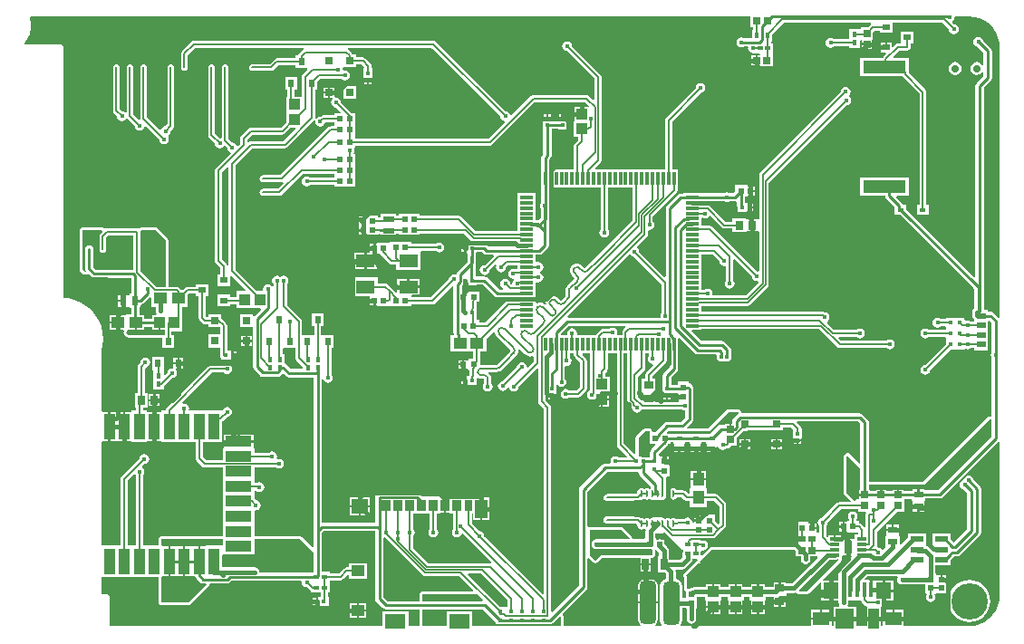
<source format=gtl>
G04*
G04 #@! TF.GenerationSoftware,Altium Limited,Altium Designer,21.1.1 (26)*
G04*
G04 Layer_Physical_Order=1*
G04 Layer_Color=255*
%FSLAX44Y44*%
%MOMM*%
G71*
G04*
G04 #@! TF.SameCoordinates,6A85A449-59C4-447A-B511-F0FC370A597D*
G04*
G04*
G04 #@! TF.FilePolarity,Positive*
G04*
G01*
G75*
%ADD11C,0.2000*%
%ADD12C,0.2540*%
%ADD21R,0.5000X0.4500*%
%ADD22R,0.4500X0.4500*%
%ADD35R,0.5900X0.4500*%
%ADD36R,4.0000X1.2000*%
%ADD37R,0.8500X0.6000*%
%ADD38R,0.3000X1.2000*%
%ADD39R,1.2000X0.3000*%
%ADD40R,0.7000X0.6500*%
%ADD41R,1.0062X1.1051*%
%ADD42R,0.6153X0.5725*%
%ADD43R,0.4556X0.3612*%
%ADD44R,0.4500X0.6000*%
G04:AMPARAMS|DCode=45|XSize=0.6mm|YSize=0.24mm|CornerRadius=0.12mm|HoleSize=0mm|Usage=FLASHONLY|Rotation=270.000|XOffset=0mm|YOffset=0mm|HoleType=Round|Shape=RoundedRectangle|*
%AMROUNDEDRECTD45*
21,1,0.6000,0.0000,0,0,270.0*
21,1,0.3600,0.2400,0,0,270.0*
1,1,0.2400,0.0000,-0.1800*
1,1,0.2400,0.0000,0.1800*
1,1,0.2400,0.0000,0.1800*
1,1,0.2400,0.0000,-0.1800*
%
%ADD45ROUNDEDRECTD45*%
%ADD46R,0.7581X0.8121*%
%ADD47R,0.6250X0.8250*%
%ADD48R,0.5000X0.5000*%
%ADD49R,1.3061X1.0582*%
%ADD50R,1.0000X0.5000*%
%ADD51R,0.4500X1.3800*%
%ADD52R,1.4250X1.5500*%
%ADD53R,1.6500X1.3000*%
%ADD54R,1.8000X1.9000*%
%ADD55R,1.0000X1.9000*%
%ADD66R,0.6000X0.4500*%
%ADD67R,0.8250X0.6250*%
%ADD68R,0.8121X0.7581*%
%ADD69R,0.3612X0.4556*%
%ADD70R,0.5725X0.6153*%
%ADD71R,0.4500X0.5000*%
%ADD74R,0.3500X0.3500*%
%ADD77R,0.6500X0.7000*%
%ADD96R,0.6000X0.7000*%
%ADD97C,1.4220*%
%ADD108R,0.7000X0.6000*%
%ADD115C,0.7000*%
%ADD117C,0.3500*%
%ADD119C,0.1500*%
%ADD120R,1.2000X0.6000*%
%ADD121R,1.1000X1.0000*%
%ADD122R,0.7000X0.8500*%
%ADD123R,0.6500X0.6000*%
%ADD124R,0.6000X0.5500*%
%ADD125R,0.5500X0.5500*%
%ADD126R,0.6500X0.6500*%
%ADD127R,0.5000X0.5500*%
%ADD128R,1.9000X1.3500*%
%ADD129R,0.8500X1.1000*%
%ADD130R,1.2000X1.0000*%
%ADD131R,1.5500X1.3500*%
%ADD132R,1.1700X1.8000*%
%ADD133R,0.7500X1.1000*%
%ADD134R,0.8636X0.3048*%
%ADD135R,0.7874X1.1938*%
%ADD136R,2.4500X1.0000*%
%ADD137R,1.0000X2.4500*%
%ADD138R,1.2500X1.1000*%
%ADD139R,0.6500X1.0500*%
%ADD140R,0.5800X0.5400*%
G04:AMPARAMS|DCode=141|XSize=1.524mm|YSize=4mm|CornerRadius=0.381mm|HoleSize=0mm|Usage=FLASHONLY|Rotation=0.000|XOffset=0mm|YOffset=0mm|HoleType=Round|Shape=RoundedRectangle|*
%AMROUNDEDRECTD141*
21,1,1.5240,3.2380,0,0,0.0*
21,1,0.7620,4.0000,0,0,0.0*
1,1,0.7620,0.3810,-1.6190*
1,1,0.7620,-0.3810,-1.6190*
1,1,0.7620,-0.3810,1.6190*
1,1,0.7620,0.3810,1.6190*
%
%ADD141ROUNDEDRECTD141*%
%ADD142R,1.8000X1.2000*%
%ADD143R,1.1000X1.2500*%
%ADD144R,0.5500X0.6000*%
%ADD145R,0.6500X0.6500*%
%ADD146R,0.4500X0.4500*%
%ADD147R,1.0000X1.1000*%
%ADD148C,0.4000*%
%ADD149C,0.3810*%
%ADD150C,3.4000*%
%ADD151C,0.4000*%
G36*
X1017808Y660355D02*
X1022686Y659017D01*
X1027249Y656835D01*
X1031353Y653877D01*
X1034866Y650238D01*
X1037678Y646034D01*
X1039699Y641397D01*
X1040999Y635905D01*
X1041077Y635736D01*
X1041078Y635723D01*
X1041182Y635473D01*
Y379521D01*
X1040802Y379260D01*
X1039912Y379034D01*
X1035118Y383828D01*
X1033871Y384661D01*
X1032400Y384954D01*
X1032400Y384954D01*
X1030370D01*
Y386610D01*
X1026194D01*
Y594038D01*
X1032688Y600532D01*
X1033521Y601779D01*
X1033814Y603250D01*
X1033814Y603250D01*
Y628396D01*
X1033814Y628396D01*
X1033521Y629867D01*
X1032688Y631114D01*
X1032688Y631114D01*
X1025458Y638344D01*
X1025319Y639042D01*
X1024324Y640530D01*
X1022836Y641525D01*
X1021080Y641874D01*
X1019324Y641525D01*
X1017836Y640530D01*
X1016841Y639042D01*
X1016492Y637286D01*
X1016841Y635530D01*
X1017836Y634042D01*
X1019324Y633047D01*
X1020022Y632908D01*
X1026126Y626804D01*
Y615439D01*
X1024856Y615053D01*
X1023906Y616476D01*
X1021921Y617802D01*
X1019580Y618268D01*
X1017239Y617802D01*
X1015254Y616476D01*
X1013928Y614491D01*
X1013462Y612150D01*
X1013928Y609809D01*
X1015254Y607824D01*
X1017239Y606498D01*
X1019580Y606033D01*
X1021921Y606498D01*
X1023906Y607824D01*
X1024856Y609247D01*
X1026126Y608862D01*
Y604842D01*
X1019632Y598348D01*
X1018799Y597101D01*
X1018506Y595630D01*
X1018506Y595630D01*
Y417649D01*
X1017333Y417163D01*
X953750Y480746D01*
Y484810D01*
X950749D01*
X950562Y485750D01*
X949729Y486997D01*
X949729Y486997D01*
X944869Y491857D01*
X945355Y493030D01*
X955950D01*
Y510030D01*
X910950D01*
Y493030D01*
X934274D01*
X934531Y491737D01*
X935364Y490490D01*
X942850Y483004D01*
Y475310D01*
X948314D01*
X1017236Y406388D01*
Y388244D01*
X1016330Y387638D01*
X1015497Y386391D01*
X1015204Y384920D01*
Y381110D01*
X1015497Y379639D01*
X1016330Y378392D01*
X1016870Y378031D01*
Y375424D01*
X1014061D01*
X1012676Y376349D01*
X1010920Y376698D01*
X1009510Y376418D01*
X1008240Y377142D01*
Y379400D01*
X990740D01*
Y377964D01*
X986121D01*
X984736Y378889D01*
X982980Y379238D01*
X981224Y378889D01*
X979736Y377894D01*
X978741Y376406D01*
X978392Y374650D01*
X978741Y372894D01*
X979736Y371406D01*
X981224Y370411D01*
X982980Y370062D01*
X984736Y370411D01*
X986121Y371336D01*
X989812D01*
X990740Y370066D01*
Y369900D01*
X990740D01*
Y369240D01*
X990740D01*
Y367804D01*
X974690D01*
X973306Y368729D01*
X971550Y369078D01*
X969794Y368729D01*
X968306Y367734D01*
X967311Y366246D01*
X966962Y364490D01*
X967311Y362734D01*
X968306Y361246D01*
X969794Y360251D01*
X971550Y359902D01*
X973306Y360251D01*
X974690Y361176D01*
X989812D01*
X990740Y359906D01*
Y359740D01*
X990740D01*
Y359080D01*
X990740D01*
Y354266D01*
X971428Y334954D01*
X969794Y334629D01*
X968306Y333634D01*
X967311Y332146D01*
X966962Y330390D01*
X967311Y328634D01*
X968306Y327146D01*
X969794Y326151D01*
X971550Y325802D01*
X973306Y326151D01*
X974794Y327146D01*
X975789Y328634D01*
X976114Y330268D01*
X995426Y349580D01*
X1008240D01*
Y349580D01*
X1009510Y350022D01*
X1010920Y349742D01*
X1012676Y350091D01*
X1014061Y351016D01*
X1016870D01*
Y348610D01*
X1030370D01*
Y357610D01*
Y366610D01*
Y375908D01*
X1031640Y376434D01*
X1033578Y374496D01*
Y346517D01*
X1033183Y345926D01*
X1032834Y344170D01*
X1033183Y342414D01*
X1033578Y341823D01*
Y287029D01*
X1031240D01*
X1030265Y286835D01*
X1029438Y286282D01*
X969224Y226069D01*
X918689D01*
Y281495D01*
X918396Y282966D01*
X917563Y284213D01*
X917563Y284213D01*
X913054Y288722D01*
X911807Y289555D01*
X910336Y289848D01*
X910336Y289848D01*
X799662D01*
X799540Y291080D01*
X799432Y291438D01*
X799359Y291805D01*
X799288Y291910D01*
X799252Y292031D01*
X799014Y292321D01*
X798806Y292632D01*
X798701Y292703D01*
X798621Y292800D01*
X798291Y292977D01*
X797979Y293185D01*
X797855Y293210D01*
X797744Y293269D01*
X797371Y293306D01*
X797004Y293379D01*
X787400D01*
X786425Y293185D01*
X785598Y292632D01*
X768564Y275599D01*
X749579D01*
X749093Y276772D01*
X754082Y281762D01*
X754082Y281762D01*
X754916Y283009D01*
X755208Y284480D01*
Y312928D01*
X754916Y314399D01*
X754082Y315646D01*
X754082Y315646D01*
X752845Y316884D01*
X751598Y317717D01*
X750852Y317865D01*
Y319742D01*
X740128D01*
Y316752D01*
X734556D01*
Y317686D01*
X734094D01*
Y323528D01*
X739391Y328825D01*
X739391Y328825D01*
X740224Y330072D01*
X740517Y331543D01*
Y345800D01*
X740673D01*
Y359672D01*
X741846Y360158D01*
X756064Y345940D01*
X756064Y345940D01*
X757311Y345107D01*
X758782Y344814D01*
X758782Y344814D01*
X775548D01*
X776590Y343544D01*
X776462Y342900D01*
X776811Y341144D01*
X777806Y339656D01*
X779294Y338661D01*
X781050Y338312D01*
X782806Y338661D01*
X783590Y339185D01*
X784374Y338661D01*
X786130Y338312D01*
X787886Y338661D01*
X789374Y339656D01*
X790369Y341144D01*
X790718Y342900D01*
X790369Y344656D01*
X789974Y345247D01*
Y349274D01*
X789974Y349274D01*
X789681Y350745D01*
X788848Y351992D01*
X788848Y351992D01*
X784384Y356456D01*
X783137Y357289D01*
X781666Y357582D01*
X781666Y357582D01*
X762478D01*
X753433Y366627D01*
X753919Y367800D01*
X762673D01*
Y368487D01*
X872697D01*
X889197Y351987D01*
X890272Y351269D01*
X891540Y351016D01*
X935389D01*
X936774Y350091D01*
X938530Y349742D01*
X940286Y350091D01*
X941774Y351086D01*
X942769Y352574D01*
X943118Y354330D01*
X942769Y356086D01*
X941774Y357574D01*
X940286Y358569D01*
X938530Y358918D01*
X936774Y358569D01*
X935389Y357644D01*
X892913D01*
X890553Y360003D01*
X891039Y361176D01*
X907449D01*
X908834Y360251D01*
X910590Y359902D01*
X912346Y360251D01*
X913834Y361246D01*
X914829Y362734D01*
X915178Y364490D01*
X914829Y366246D01*
X913834Y367734D01*
X912346Y368729D01*
X910590Y369078D01*
X908834Y368729D01*
X907449Y367804D01*
X886288D01*
X879719Y374373D01*
X879968Y375920D01*
X880814Y376486D01*
X881809Y377974D01*
X882158Y379730D01*
X881809Y381486D01*
X880814Y382974D01*
X879326Y383969D01*
X877586Y384315D01*
X876768Y384861D01*
X875500Y385114D01*
X762673D01*
Y390236D01*
X805517D01*
X806785Y390488D01*
X807860Y391207D01*
X824501Y407847D01*
X825219Y408922D01*
X825472Y410191D01*
Y505317D01*
X897758Y577604D01*
X899392Y577929D01*
X900880Y578924D01*
X901875Y580412D01*
X902224Y582168D01*
X901875Y583924D01*
X900880Y585412D01*
X900350Y585767D01*
Y587037D01*
X900372Y587052D01*
X901367Y588540D01*
X901716Y590296D01*
X901367Y592052D01*
X900372Y593540D01*
X898884Y594535D01*
X897128Y594884D01*
X895372Y594535D01*
X893884Y593540D01*
X892889Y592052D01*
X892564Y590418D01*
X817315Y515169D01*
X816597Y514094D01*
X816344Y512826D01*
Y472260D01*
X815470Y471352D01*
X815074Y471352D01*
X811180D01*
Y465791D01*
Y460231D01*
X815074D01*
X815470Y460231D01*
X816344Y459323D01*
Y423406D01*
X815074Y422478D01*
X814220Y422648D01*
X772725Y464143D01*
X771650Y464861D01*
X770382Y465114D01*
X762673D01*
Y471957D01*
X763943Y472635D01*
X764054Y472561D01*
X765810Y472212D01*
X767566Y472561D01*
X769054Y473556D01*
X769471Y474179D01*
X770735Y474304D01*
X781591Y463448D01*
X782666Y462730D01*
X783934Y462478D01*
X791350D01*
Y459231D01*
X803931D01*
Y459478D01*
X804889Y460231D01*
X805201Y460231D01*
X809180D01*
Y465791D01*
Y471352D01*
X805201D01*
X804889Y471352D01*
X803931Y472105D01*
Y472352D01*
X791350D01*
Y469105D01*
X785306D01*
X770268Y484143D01*
X769193Y484861D01*
X767925Y485114D01*
X762673D01*
Y485800D01*
X761673D01*
Y487800D01*
X762673D01*
Y487956D01*
X784037D01*
X784628Y487561D01*
X786384Y487212D01*
X788140Y487561D01*
X788731Y487956D01*
X793584D01*
X793584Y487956D01*
X794511Y488140D01*
X795455Y487617D01*
X795781Y487322D01*
Y483385D01*
X795866Y482957D01*
X795879Y482520D01*
X796011Y482228D01*
X796073Y481914D01*
X796104Y481869D01*
Y478294D01*
X805660D01*
Y479294D01*
X805938D01*
Y482600D01*
Y485906D01*
X805660D01*
Y486906D01*
X803468D01*
Y492478D01*
X805201D01*
Y493478D01*
X807196D01*
Y497840D01*
Y502202D01*
X805201D01*
Y503202D01*
X794048D01*
Y497699D01*
X791992Y495644D01*
X788731D01*
X788140Y496039D01*
X786384Y496388D01*
X784628Y496039D01*
X784037Y495644D01*
X762673D01*
Y495800D01*
X745673D01*
Y495414D01*
X743030D01*
X743030Y495414D01*
X741559Y495121D01*
X740312Y494288D01*
X740312Y494288D01*
X730124Y484100D01*
X729291Y482853D01*
X728998Y481382D01*
X728998Y481382D01*
Y417807D01*
X727825Y417321D01*
X704334Y440812D01*
X704009Y442446D01*
X703014Y443934D01*
X702392Y444350D01*
X702268Y445614D01*
X711516Y454862D01*
X712234Y455937D01*
X712487Y457205D01*
Y460750D01*
X713468Y461556D01*
X713740Y461502D01*
X715496Y461851D01*
X716984Y462846D01*
X717979Y464334D01*
X718328Y466090D01*
X717979Y467846D01*
X717054Y469230D01*
Y473788D01*
X739016Y495751D01*
X739735Y496826D01*
X739987Y498094D01*
Y500800D01*
X740673D01*
Y517800D01*
X734987D01*
Y562660D01*
X761614Y589288D01*
X763248Y589613D01*
X764736Y590608D01*
X765731Y592096D01*
X766080Y593852D01*
X765731Y595608D01*
X764736Y597096D01*
X763248Y598091D01*
X761492Y598440D01*
X759736Y598091D01*
X758248Y597096D01*
X757253Y595608D01*
X756928Y593974D01*
X729330Y566376D01*
X728612Y565301D01*
X728359Y564033D01*
Y517800D01*
X663674D01*
X663188Y518973D01*
X667978Y523763D01*
X668696Y524838D01*
X668948Y526106D01*
Y604366D01*
X668696Y605634D01*
X667978Y606709D01*
X641596Y633090D01*
X641271Y634724D01*
X640276Y636212D01*
X638788Y637207D01*
X637032Y637556D01*
X635276Y637207D01*
X633788Y636212D01*
X632793Y634724D01*
X632444Y632968D01*
X632793Y631212D01*
X633788Y629724D01*
X635276Y628729D01*
X636910Y628404D01*
X662321Y602993D01*
Y583289D01*
X661147Y582803D01*
X657407Y586543D01*
X656332Y587261D01*
X655064Y587514D01*
X605485D01*
X604217Y587261D01*
X603142Y586543D01*
X584884Y568286D01*
X583507Y568704D01*
X583359Y569446D01*
X582364Y570934D01*
X580876Y571929D01*
X579242Y572254D01*
X514153Y637343D01*
X513078Y638061D01*
X511810Y638314D01*
X288290D01*
X287022Y638061D01*
X285947Y637343D01*
X276987Y628383D01*
X276269Y627308D01*
X276016Y626040D01*
Y613160D01*
X276269Y611892D01*
X276987Y610817D01*
X278062Y610099D01*
X279330Y609846D01*
X280598Y610099D01*
X281673Y610817D01*
X282391Y611892D01*
X282644Y613160D01*
Y624667D01*
X289662Y631686D01*
X390913D01*
X391147Y630517D01*
X391124Y630416D01*
X390087Y629723D01*
X386277Y625913D01*
X385559Y624838D01*
X385457Y624330D01*
X383120D01*
Y621644D01*
X365600D01*
X364332Y621391D01*
X363257Y620673D01*
X359058Y616474D01*
X342830D01*
X341562Y616222D01*
X340487Y615503D01*
X339768Y614428D01*
X339516Y613160D01*
X339768Y611892D01*
X340487Y610817D01*
X341562Y610099D01*
X342830Y609846D01*
X360430D01*
X361698Y610099D01*
X362773Y610817D01*
X366973Y615016D01*
X383120D01*
Y612330D01*
X393758D01*
X394400Y611176D01*
X390087Y606863D01*
X389369Y605788D01*
X389116Y604520D01*
Y586000D01*
X382434D01*
Y592330D01*
X384620D01*
Y604330D01*
X373620D01*
Y592330D01*
X375806D01*
Y586000D01*
X374270D01*
Y571000D01*
Y561686D01*
X369607Y557023D01*
X363541Y556974D01*
X341570D01*
X340302Y556721D01*
X339227Y556003D01*
X332457Y549234D01*
X331739Y548158D01*
X331487Y546890D01*
Y541755D01*
X329353Y539621D01*
X328138Y539990D01*
X328089Y540236D01*
X327094Y541724D01*
X325606Y542719D01*
X323972Y543044D01*
X320744Y546273D01*
Y613160D01*
X320491Y614428D01*
X319773Y615503D01*
X318698Y616222D01*
X317430Y616474D01*
X316162Y616222D01*
X315087Y615503D01*
X314368Y614428D01*
X314116Y613160D01*
Y547542D01*
X313134Y546736D01*
X312542Y546854D01*
X308044Y551353D01*
Y613160D01*
X307791Y614428D01*
X307073Y615503D01*
X305998Y616222D01*
X304730Y616474D01*
X303462Y616222D01*
X302387Y615503D01*
X301668Y614428D01*
X301416Y613160D01*
Y549980D01*
X301668Y548712D01*
X302387Y547637D01*
X307856Y542168D01*
X308181Y540534D01*
X309176Y539046D01*
X310664Y538051D01*
X312420Y537702D01*
X314176Y538051D01*
X315664Y539046D01*
X316120Y539728D01*
X317731Y539912D01*
X319286Y538358D01*
X319611Y536724D01*
X320606Y535236D01*
X322094Y534241D01*
X322340Y534192D01*
X322709Y532977D01*
X308837Y519105D01*
X308119Y518030D01*
X307866Y516762D01*
Y432435D01*
X308119Y431167D01*
X308837Y430092D01*
X312756Y426172D01*
Y419908D01*
X310070D01*
Y408908D01*
X322070D01*
Y418225D01*
X323243Y418711D01*
X336541Y405413D01*
X336055Y404240D01*
X328400D01*
Y398721D01*
X322070D01*
Y400907D01*
X310070D01*
Y389907D01*
X322070D01*
Y392094D01*
X328400D01*
Y388240D01*
X350411D01*
X350897Y387067D01*
X344754Y380924D01*
X344350Y380319D01*
X343080Y380704D01*
Y382530D01*
X331580D01*
Y370530D01*
X342358D01*
X343080Y370530D01*
X343628Y369487D01*
Y333248D01*
X343628Y333248D01*
X343921Y331777D01*
X344754Y330530D01*
X350088Y325196D01*
X350088Y325196D01*
X351335Y324363D01*
X352806Y324070D01*
X352806Y324070D01*
X367030D01*
X367293Y324122D01*
X367560Y324107D01*
X368022Y324267D01*
X368501Y324363D01*
X368724Y324512D01*
X368977Y324600D01*
X369342Y324925D01*
X369748Y325196D01*
X369897Y325419D01*
X370097Y325597D01*
X370310Y326037D01*
X370581Y326443D01*
X370605Y326564D01*
X370985Y326795D01*
X371505Y326927D01*
X372053Y326912D01*
X374278Y324688D01*
X374278Y324688D01*
X375525Y323855D01*
X376996Y323562D01*
X400016D01*
Y180026D01*
X400016Y180026D01*
X400016Y180026D01*
Y165318D01*
X398843Y164832D01*
X389152Y174522D01*
X388326Y175075D01*
X387350Y175269D01*
X344870D01*
Y186130D01*
Y198691D01*
X345852Y199496D01*
X346246Y199418D01*
X348002Y199767D01*
X349491Y200762D01*
X350485Y202250D01*
X350834Y204006D01*
X350485Y205762D01*
X349491Y207250D01*
X348002Y208245D01*
X346369Y208570D01*
X344965Y209973D01*
X344870Y210037D01*
Y217436D01*
X346120Y217850D01*
X347609Y216856D01*
X349365Y216507D01*
X351121Y216856D01*
X352609Y217850D01*
X353604Y219339D01*
X353953Y221095D01*
X353604Y222851D01*
X352609Y224339D01*
X351121Y225334D01*
X349365Y225683D01*
X347609Y225334D01*
X347026Y224944D01*
X344870D01*
Y239510D01*
X364651D01*
X366036Y238585D01*
X367792Y238236D01*
X369548Y238585D01*
X371036Y239580D01*
X372031Y241068D01*
X372380Y242824D01*
X372031Y244580D01*
X371036Y246068D01*
X369548Y247063D01*
X367792Y247412D01*
X366690Y247193D01*
X366402Y247378D01*
X365704Y248252D01*
X365978Y249630D01*
X365629Y251386D01*
X364635Y252875D01*
X363146Y253869D01*
X361390Y254218D01*
X359634Y253869D01*
X358250Y252944D01*
X344870D01*
Y257130D01*
X343870D01*
Y262630D01*
X316370D01*
Y257130D01*
X315370D01*
Y246138D01*
X299622D01*
X296483Y249277D01*
Y262830D01*
X314670D01*
Y282159D01*
X315017Y282391D01*
X319400Y286774D01*
X321034Y287099D01*
X322522Y288094D01*
X323517Y289582D01*
X323866Y291338D01*
X323517Y293094D01*
X322522Y294582D01*
X321034Y295577D01*
X319278Y295926D01*
X317522Y295577D01*
X316034Y294582D01*
X315039Y293094D01*
X314670Y292330D01*
X284466D01*
X283556Y293600D01*
X283758Y294616D01*
X283409Y296372D01*
X282414Y297860D01*
X280926Y298855D01*
X279170Y299204D01*
X278020Y298976D01*
X277394Y300146D01*
X305151Y327902D01*
X316138D01*
X317522Y326977D01*
X319278Y326628D01*
X321034Y326977D01*
X322522Y327972D01*
X323517Y329460D01*
X323866Y331216D01*
X323517Y332972D01*
X322522Y334460D01*
X321034Y335455D01*
X319278Y335804D01*
X317522Y335455D01*
X316138Y334530D01*
X303778D01*
X302510Y334277D01*
X301435Y333559D01*
X262827Y294951D01*
X262108Y293876D01*
X261856Y292608D01*
Y292330D01*
X257670D01*
Y291330D01*
X252170D01*
Y277580D01*
Y263830D01*
X257670D01*
Y262830D01*
X289856D01*
Y247904D01*
X290108Y246636D01*
X290827Y245561D01*
X295907Y240481D01*
X296982Y239763D01*
X298250Y239510D01*
X315370D01*
Y228130D01*
Y214130D01*
Y200130D01*
Y186130D01*
Y175269D01*
X257810D01*
X256835Y175075D01*
X256008Y174522D01*
X255455Y173695D01*
X255261Y172720D01*
Y166430D01*
X240484D01*
Y232383D01*
X241409Y233768D01*
X241758Y235524D01*
X241409Y237280D01*
X240414Y238768D01*
X239872Y239131D01*
X239747Y240395D01*
X241930Y242578D01*
X243564Y242903D01*
X245052Y243898D01*
X246047Y245386D01*
X246396Y247142D01*
X246047Y248898D01*
X245052Y250386D01*
X243564Y251381D01*
X241808Y251730D01*
X240052Y251381D01*
X238564Y250386D01*
X237569Y248898D01*
X237244Y247264D01*
X220827Y230847D01*
X220109Y229772D01*
X219856Y228504D01*
Y166430D01*
X201939D01*
Y262863D01*
X202670Y263830D01*
X203209Y263830D01*
X208170D01*
Y277580D01*
Y291330D01*
X203209D01*
X202670Y291330D01*
X201939Y292297D01*
Y348482D01*
X203067Y353179D01*
X203542Y359222D01*
X203067Y365265D01*
X201652Y371160D01*
X199332Y376760D01*
X196165Y381928D01*
X192228Y386538D01*
X187619Y390475D01*
X182450Y393642D01*
X176850Y395962D01*
X170955Y397377D01*
X166359Y397738D01*
Y632460D01*
X166165Y633435D01*
X165612Y634262D01*
X164785Y634815D01*
X163810Y635009D01*
X130251D01*
X129890Y636275D01*
X129982Y636345D01*
X130287Y636743D01*
X130652Y637076D01*
X130656Y637082D01*
X130657Y637083D01*
X130658Y637084D01*
X132745Y639922D01*
X132917Y640288D01*
X133117Y640549D01*
X133222Y640804D01*
X133439Y641106D01*
X134898Y644323D01*
X135016Y644829D01*
X135231Y645347D01*
X135239Y645414D01*
X135331Y645621D01*
X136094Y649071D01*
X136106Y649650D01*
X136139Y649904D01*
X136249Y650423D01*
X136249Y650430D01*
X136248Y650434D01*
X136249Y650438D01*
X136282Y653957D01*
X136276Y653991D01*
X136283Y654026D01*
X136188Y654503D01*
X136154Y654757D01*
X136153Y655326D01*
X135456Y658789D01*
X135348Y659047D01*
X135330Y659186D01*
X135148Y659624D01*
X135966Y660832D01*
X808400D01*
Y650945D01*
X810837D01*
Y648692D01*
X809650D01*
Y640622D01*
X802193D01*
X801602Y641017D01*
X799846Y641366D01*
X798090Y641017D01*
X796602Y640022D01*
X795607Y638534D01*
X795258Y636778D01*
X795607Y635022D01*
X796602Y633534D01*
X798090Y632539D01*
X799846Y632190D01*
X801602Y632539D01*
X802193Y632934D01*
X805272D01*
X806077Y631952D01*
X805926Y631190D01*
X806275Y629434D01*
X807270Y627946D01*
X808758Y626951D01*
X810514Y626602D01*
X811672Y626832D01*
X812150Y626440D01*
Y626440D01*
X816435D01*
X817283Y625358D01*
X817024Y624510D01*
X815150D01*
Y619760D01*
Y615010D01*
X817650D01*
Y614010D01*
X829650D01*
Y625510D01*
X829650D01*
X829650Y626440D01*
X829650D01*
Y635940D01*
X827214D01*
Y637692D01*
X828650D01*
Y644006D01*
X839460Y654816D01*
X920510D01*
X920895Y653546D01*
X920367Y653193D01*
X918004Y650830D01*
X911190D01*
Y649651D01*
X910260Y648830D01*
X900760D01*
Y639644D01*
X886216D01*
X884831Y640569D01*
X883076Y640918D01*
X881320Y640569D01*
X879831Y639574D01*
X878837Y638086D01*
X878487Y636330D01*
X878837Y634574D01*
X879831Y633086D01*
X881320Y632091D01*
X883076Y631742D01*
X884831Y632091D01*
X886216Y633016D01*
X900760D01*
Y631330D01*
X910260D01*
Y638116D01*
X911342Y638963D01*
X912190Y638704D01*
Y636080D01*
X916940D01*
X921690D01*
Y639330D01*
X922690D01*
Y646144D01*
X924082Y647536D01*
X928880D01*
Y645350D01*
X940880D01*
Y654816D01*
X987688D01*
X993656Y648848D01*
X993981Y647214D01*
X994976Y645726D01*
X996464Y644731D01*
X998220Y644382D01*
X999976Y644731D01*
X1001464Y645726D01*
X1002459Y647214D01*
X1002808Y648970D01*
X1002459Y650726D01*
X1001464Y652214D01*
X999976Y653209D01*
X998342Y653534D01*
X996781Y655096D01*
X996983Y656689D01*
X997711Y657176D01*
X998706Y658664D01*
X999055Y660420D01*
X999393Y660832D01*
X1012476D01*
X1017808Y660355D01*
D02*
G37*
G36*
X574556Y567568D02*
X574881Y565934D01*
X575876Y564446D01*
X577364Y563451D01*
X578106Y563303D01*
X578524Y561926D01*
X563472Y546874D01*
X439010D01*
Y548810D01*
X439010D01*
Y549740D01*
X439010D01*
Y559743D01*
Y570243D01*
X435712D01*
X425442Y580512D01*
X425117Y582146D01*
X424122Y583634D01*
X422634Y584629D01*
X420928Y584968D01*
X420878Y584978D01*
X419680Y586035D01*
Y588770D01*
X415680D01*
Y585020D01*
X417422D01*
X417807Y583750D01*
X417634Y583634D01*
X416639Y582146D01*
X416290Y580390D01*
X416639Y578634D01*
X417634Y577146D01*
X419122Y576151D01*
X420756Y575826D01*
X425166Y571416D01*
X424680Y570243D01*
X419510D01*
Y568306D01*
X408783D01*
X407514Y568054D01*
X406439Y567336D01*
X406218Y567114D01*
X404584Y566789D01*
X403096Y565794D01*
X402583Y565027D01*
X401386Y565522D01*
X401434Y565760D01*
Y592330D01*
X403620D01*
Y599644D01*
X406453Y602476D01*
X426119D01*
X427504Y601551D01*
X429260Y601202D01*
X431016Y601551D01*
X432504Y602546D01*
X433499Y604034D01*
X433848Y605790D01*
X433499Y607546D01*
X432504Y609034D01*
X431016Y610029D01*
X429260Y610378D01*
X428672Y610261D01*
X427498Y610870D01*
X427183Y612456D01*
X427685Y613141D01*
X428079Y613520D01*
X439680D01*
Y615956D01*
X444888D01*
X447247Y613596D01*
X446839Y612326D01*
X446544D01*
Y602770D01*
X447544D01*
Y602492D01*
X450850D01*
X454156D01*
Y602770D01*
X455156D01*
Y612326D01*
X454164D01*
Y614680D01*
X453911Y615948D01*
X453193Y617023D01*
X448603Y621613D01*
X447528Y622331D01*
X446260Y622583D01*
X439680D01*
Y625020D01*
X436837D01*
X436741Y625498D01*
X436023Y626573D01*
X432873Y629723D01*
X431836Y630416D01*
X431813Y630517D01*
X432047Y631686D01*
X510438D01*
X574556Y567568D01*
D02*
G37*
G36*
X657197Y577380D02*
X656672Y576110D01*
X651664D01*
Y569610D01*
X650664D01*
Y568610D01*
X643664D01*
Y563110D01*
X642664Y563110D01*
Y548110D01*
X647350D01*
Y545356D01*
X644330Y542336D01*
X643611Y541261D01*
X643359Y539993D01*
Y517800D01*
X622673D01*
Y516800D01*
X620673D01*
Y517800D01*
X620517D01*
Y527451D01*
X621208Y528142D01*
X621208Y528142D01*
X622041Y529389D01*
X622334Y530860D01*
X622334Y530860D01*
Y554804D01*
X622796D01*
Y555738D01*
X628299D01*
Y554804D01*
X636911D01*
Y564360D01*
X635911D01*
Y564638D01*
X632605D01*
X629299D01*
Y564360D01*
X628299D01*
Y563426D01*
X622796D01*
Y564360D01*
X621796D01*
Y564638D01*
X618490D01*
X615184D01*
Y564360D01*
X614184D01*
Y554804D01*
X614646D01*
Y532452D01*
X613955Y531761D01*
X613122Y530514D01*
X612829Y529043D01*
X612829Y529043D01*
Y517800D01*
X612673D01*
Y500800D01*
X612829D01*
Y486665D01*
X611965Y485372D01*
X611616Y483616D01*
X611965Y481860D01*
X612360Y481269D01*
Y472547D01*
X610315Y470502D01*
X609600Y470644D01*
X609599D01*
X609599Y470644D01*
X609599Y470644D01*
X607673D01*
Y482800D01*
Y495800D01*
X590673D01*
Y482800D01*
Y472800D01*
Y460114D01*
X551408D01*
X538009Y473513D01*
X536934Y474231D01*
X535666Y474484D01*
X499403D01*
Y476420D01*
X479903D01*
Y474484D01*
X477400D01*
Y476590D01*
X462400D01*
Y473214D01*
X460150D01*
Y475100D01*
X449350D01*
Y474100D01*
X447950D01*
Y469900D01*
X446950D01*
Y468900D01*
X442550D01*
Y465700D01*
X442550D01*
Y465097D01*
X442550D01*
Y461897D01*
X446950D01*
Y460897D01*
X447950D01*
Y456697D01*
X449350D01*
Y455697D01*
X460150D01*
Y456718D01*
X460201Y456763D01*
X461118Y457380D01*
X461180Y457396D01*
X462400Y456727D01*
Y455590D01*
X477400D01*
Y457696D01*
X479903D01*
Y455760D01*
X499403D01*
Y457696D01*
X540918D01*
X547567Y451047D01*
X548642Y450329D01*
X549910Y450076D01*
X590673D01*
Y447800D01*
X591673D01*
Y445800D01*
X590673D01*
Y445644D01*
X563092D01*
X561518Y447218D01*
X560271Y448051D01*
X558800Y448344D01*
X558800Y448344D01*
X552636D01*
Y448806D01*
X543080D01*
Y447806D01*
X542802D01*
Y444500D01*
Y440621D01*
X543080Y440194D01*
X543080D01*
X543974Y439293D01*
X543916Y431750D01*
X534492Y422326D01*
X533659Y421079D01*
X533512Y420343D01*
X533043Y419562D01*
X532096Y419429D01*
X531114Y419624D01*
X529358Y419275D01*
X527870Y418280D01*
X526875Y416792D01*
X526550Y415158D01*
X509675Y398284D01*
X491080D01*
Y400220D01*
X492133Y400742D01*
X499130D01*
Y407243D01*
X478130D01*
Y403246D01*
X476957Y402760D01*
X473338Y406378D01*
X473338Y406378D01*
X469131Y410586D01*
X468056Y411304D01*
X466787Y411556D01*
X460130D01*
Y416743D01*
X437130D01*
Y399743D01*
X451677D01*
X452710Y399170D01*
Y395970D01*
X457110D01*
Y394970D01*
X458110D01*
Y390770D01*
X459510D01*
Y389770D01*
X470310D01*
Y390280D01*
X470310Y390280D01*
X471580Y389720D01*
Y389720D01*
X491080D01*
Y391656D01*
X511048D01*
X512316Y391909D01*
X513391Y392627D01*
X529653Y408889D01*
X530826Y408403D01*
Y365111D01*
X530916Y364661D01*
X530931Y364305D01*
X530859Y363884D01*
X530191Y363035D01*
X528039D01*
Y347452D01*
X549277D01*
Y340643D01*
X544830D01*
Y340295D01*
X543830Y339643D01*
X543560Y339643D01*
X540830D01*
Y335643D01*
Y331643D01*
X543560D01*
X543830Y331643D01*
X544830Y330991D01*
Y330643D01*
X545056D01*
X545908Y329702D01*
X545429Y324891D01*
X543080D01*
Y323891D01*
X542802D01*
Y320585D01*
Y317278D01*
X543080D01*
Y316278D01*
X552636D01*
Y322216D01*
X553906Y322794D01*
X555175Y322268D01*
X556774Y322058D01*
X556882Y322037D01*
X559490D01*
X559507Y321994D01*
X559550Y321976D01*
Y317847D01*
X558625Y316462D01*
X558276Y314706D01*
X558625Y312950D01*
X559620Y311462D01*
X561108Y310467D01*
X562864Y310118D01*
X564620Y310467D01*
X566108Y311462D01*
X567103Y312950D01*
X567452Y314706D01*
X567103Y316462D01*
X566178Y317847D01*
Y322060D01*
X566156Y322168D01*
X565946Y323767D01*
X565287Y325358D01*
X564238Y326725D01*
X563428Y327346D01*
X563859Y328616D01*
X571327D01*
X571435Y328638D01*
X573035Y328848D01*
X574626Y329507D01*
X575906Y330490D01*
X575997Y330551D01*
X575997Y330551D01*
X575997Y330551D01*
X575997Y330551D01*
X576856Y331410D01*
X583463Y338017D01*
X583463Y338017D01*
X588446Y342999D01*
X588813Y343367D01*
X589344Y343897D01*
X589344Y343897D01*
X589404Y343988D01*
X590387Y345269D01*
X591046Y346860D01*
X591270Y348567D01*
X591137Y349580D01*
X592340Y350173D01*
X597524Y344989D01*
X597615Y344928D01*
X598895Y343946D01*
X600486Y343287D01*
X602193Y343062D01*
X603900Y343287D01*
X604762Y343644D01*
X606032Y342827D01*
Y338431D01*
X600350Y332748D01*
X599135Y333330D01*
X598853Y334750D01*
X597858Y336238D01*
X596370Y337233D01*
X594614Y337582D01*
X592858Y337233D01*
X591370Y336238D01*
X590375Y334750D01*
X590050Y333116D01*
X576712Y319778D01*
X575078Y319453D01*
X573590Y318458D01*
X572595Y316970D01*
X572246Y315214D01*
X572595Y313458D01*
X573590Y311970D01*
X575078Y310975D01*
X576834Y310626D01*
X578590Y310975D01*
X580078Y311970D01*
X581073Y313458D01*
X581173Y313961D01*
X581528Y314139D01*
X582963Y313436D01*
X583009Y313204D01*
X584004Y311716D01*
X585492Y310721D01*
X587248Y310372D01*
X589004Y310721D01*
X590492Y311716D01*
X591487Y313204D01*
X591812Y314838D01*
X608936Y331962D01*
X610109Y331475D01*
Y300783D01*
X610361Y299515D01*
X611080Y298440D01*
X615366Y294153D01*
Y121229D01*
X614193Y120743D01*
X559554Y175382D01*
X559229Y177016D01*
X558234Y178504D01*
X556746Y179499D01*
X555112Y179824D01*
X547799Y187138D01*
Y195985D01*
X549235D01*
Y189985D01*
X555585D01*
Y200485D01*
Y210985D01*
X550735D01*
Y211985D01*
X527235D01*
Y210985D01*
X523985D01*
Y203985D01*
Y196985D01*
X527235D01*
Y195985D01*
X530672D01*
Y181565D01*
X529746Y180181D01*
X529397Y178425D01*
X529746Y176669D01*
X530741Y175180D01*
X532229Y174186D01*
X533985Y173837D01*
X535741Y174186D01*
X537229Y175180D01*
X538224Y176669D01*
X538257Y176833D01*
X539472Y177202D01*
X566270Y150404D01*
X565645Y149233D01*
X565190Y149324D01*
X507593D01*
X493298Y163619D01*
Y175284D01*
X494224Y176669D01*
X494573Y178425D01*
X494224Y180181D01*
X493298Y181565D01*
Y195985D01*
X508672D01*
Y181565D01*
X507746Y180181D01*
X507397Y178425D01*
X507746Y176669D01*
X508741Y175180D01*
X510229Y174186D01*
X511985Y173837D01*
X513741Y174186D01*
X515230Y175180D01*
X516224Y176669D01*
X516573Y178425D01*
X516224Y180181D01*
X515299Y181565D01*
Y195985D01*
X518735D01*
Y196985D01*
X521985D01*
Y203985D01*
Y210985D01*
X518735D01*
Y211985D01*
X501700D01*
X499211Y214474D01*
X497964Y215307D01*
X496493Y215600D01*
X496493Y215600D01*
X461464D01*
X459993Y215307D01*
X458746Y214474D01*
X457913Y213227D01*
X457620Y211756D01*
Y187486D01*
X407704D01*
Y321694D01*
X408974Y321819D01*
X409121Y321078D01*
X410116Y319590D01*
X411604Y318595D01*
X413360Y318246D01*
X415116Y318595D01*
X416604Y319590D01*
X417599Y321078D01*
X417948Y322834D01*
X417599Y324590D01*
X416674Y325975D01*
Y351030D01*
X418860D01*
Y363030D01*
X408444D01*
X407860Y363030D01*
X407174Y364016D01*
Y371030D01*
X409360D01*
Y383030D01*
X398360D01*
Y371030D01*
X400546D01*
Y364016D01*
X399860Y363030D01*
X389394D01*
Y375920D01*
X389141Y377188D01*
X388423Y378263D01*
X375424Y391263D01*
Y410880D01*
X376349Y412264D01*
X376698Y414020D01*
X376349Y415776D01*
X375354Y417264D01*
X373866Y418259D01*
X372110Y418608D01*
X370354Y418259D01*
X368935Y417311D01*
X367516Y418259D01*
X365760Y418608D01*
X364004Y418259D01*
X362516Y417264D01*
X361521Y415776D01*
X361172Y414020D01*
X361521Y412264D01*
X362446Y410880D01*
Y408692D01*
X361176Y408307D01*
X360622Y409136D01*
X359134Y410131D01*
X357378Y410480D01*
X355622Y410131D01*
X354134Y409136D01*
X353139Y407648D01*
X352790Y405892D01*
X352923Y405222D01*
X352118Y404240D01*
X347086D01*
X327164Y424163D01*
Y521867D01*
X342943Y537646D01*
X363555D01*
X363565Y537648D01*
X363575Y537646D01*
X373400Y537706D01*
X374026Y537835D01*
X374648Y537959D01*
X374657Y537964D01*
X374667Y537966D01*
X375191Y538322D01*
X375723Y538677D01*
X400463Y563417D01*
X400700Y563771D01*
X401896Y563276D01*
X401752Y562550D01*
X402101Y560794D01*
X403096Y559306D01*
X404584Y558311D01*
X406340Y557962D01*
X408096Y558311D01*
X409584Y559306D01*
X410579Y560794D01*
X410755Y561679D01*
X419510D01*
Y558304D01*
X416360D01*
X415092Y558051D01*
X414017Y557333D01*
X369107Y512424D01*
X352830D01*
X351562Y512171D01*
X350487Y511453D01*
X349768Y510378D01*
X349516Y509110D01*
X349768Y507842D01*
X350487Y506767D01*
X351562Y506049D01*
X352830Y505796D01*
X370480D01*
X371184Y505936D01*
X371777Y504917D01*
X371810Y504766D01*
X366767Y499724D01*
X352830D01*
X351562Y499471D01*
X350487Y498753D01*
X349768Y497678D01*
X349516Y496410D01*
X349768Y495142D01*
X350487Y494067D01*
X351562Y493349D01*
X352830Y493096D01*
X368140D01*
X369408Y493349D01*
X370483Y494067D01*
X389993Y513576D01*
X419510D01*
Y510044D01*
X396841D01*
X395456Y510969D01*
X393700Y511318D01*
X391944Y510969D01*
X390456Y509974D01*
X389461Y508486D01*
X389112Y506730D01*
X389461Y504974D01*
X390456Y503486D01*
X391944Y502491D01*
X393700Y502142D01*
X395456Y502491D01*
X396841Y503416D01*
X419510D01*
Y501480D01*
X439010D01*
Y511640D01*
Y521800D01*
Y532300D01*
X438244D01*
X437646Y533420D01*
X437817Y533676D01*
X438166Y535432D01*
X437846Y537040D01*
X437960Y537460D01*
X438414Y538310D01*
X439010D01*
Y540246D01*
X564845D01*
X566113Y540499D01*
X567188Y541217D01*
X606857Y580886D01*
X653691D01*
X657197Y577380D01*
D02*
G37*
G36*
X383500Y555826D02*
X371999Y544325D01*
X363543Y544274D01*
X341570D01*
X340302Y544021D01*
X339384Y543408D01*
X338214Y543723D01*
X338114Y543764D01*
Y545518D01*
X342943Y550346D01*
X363555D01*
X363568Y550349D01*
X363582Y550346D01*
X371017Y550406D01*
X371640Y550536D01*
X372258Y550659D01*
X372270Y550666D01*
X372283Y550669D01*
X372807Y551025D01*
X373334Y551377D01*
X378956Y557000D01*
X383014D01*
X383500Y555826D01*
D02*
G37*
G36*
X622673Y500800D02*
X668359D01*
Y462118D01*
X667434Y460734D01*
X667085Y458978D01*
X667434Y457222D01*
X668429Y455734D01*
X669917Y454739D01*
X671673Y454390D01*
X673429Y454739D01*
X674917Y455734D01*
X675912Y457222D01*
X676261Y458978D01*
X675912Y460734D01*
X674987Y462118D01*
Y500800D01*
X698359D01*
Y470180D01*
X664000Y435821D01*
X663999Y435821D01*
X653575Y425396D01*
X653532Y425414D01*
X653489Y425396D01*
X650674Y428212D01*
X650583Y428273D01*
X649302Y429255D01*
X647711Y429914D01*
X646004Y430139D01*
X644297Y429914D01*
X642706Y429255D01*
X641426Y428273D01*
X641335Y428212D01*
X641274Y428120D01*
X640292Y426840D01*
X639633Y425249D01*
X639408Y423542D01*
X639633Y421835D01*
X640292Y420244D01*
X641273Y418964D01*
X641335Y418872D01*
X643508Y416699D01*
X643313Y415134D01*
X637172Y408993D01*
X637172Y408993D01*
X636703Y408524D01*
X635985Y407449D01*
X635733Y406181D01*
Y399659D01*
X631245Y395171D01*
X631202Y395188D01*
X631159Y395171D01*
X628480Y397850D01*
X628388Y397911D01*
X627109Y398893D01*
X625518Y399552D01*
X623810Y399776D01*
X622103Y399552D01*
X620512Y398893D01*
X619232Y397910D01*
X619141Y397850D01*
Y397850D01*
X619080Y397758D01*
X618098Y396478D01*
X617439Y394887D01*
X617214Y393180D01*
X617347Y392167D01*
X616493Y391629D01*
X616181Y391542D01*
X616149Y391538D01*
X614874Y392517D01*
X613283Y393176D01*
X611576Y393400D01*
X609868Y393176D01*
X608943Y392792D01*
X607673Y393571D01*
Y395800D01*
X606673D01*
Y397800D01*
X607673D01*
Y402800D01*
Y411500D01*
X607788Y411680D01*
X608943Y412444D01*
X610108Y412212D01*
X611864Y412561D01*
X613352Y413556D01*
X614347Y415045D01*
X614696Y416800D01*
X614347Y418556D01*
X613352Y420045D01*
X611864Y421039D01*
X611292Y421153D01*
Y422448D01*
X611864Y422561D01*
X613352Y423556D01*
X614347Y425045D01*
X614696Y426800D01*
X614347Y428556D01*
X613352Y430045D01*
X611864Y431039D01*
X610108Y431388D01*
X608943Y431157D01*
X607788Y431920D01*
X607673Y432100D01*
Y437956D01*
X610964D01*
X610964Y437956D01*
X612435Y438249D01*
X613682Y439082D01*
X618922Y444322D01*
X618922Y444322D01*
X619755Y445569D01*
X620048Y447040D01*
Y460196D01*
Y469689D01*
X620224Y469953D01*
X620517Y471424D01*
Y482231D01*
X620792Y483616D01*
X620517Y485001D01*
Y500800D01*
X620673D01*
Y501800D01*
X622673D01*
Y500800D01*
D02*
G37*
G36*
X320536Y519773D02*
Y428260D01*
X319266Y428135D01*
X319131Y428813D01*
X318413Y429888D01*
X314494Y433807D01*
Y515389D01*
X319363Y520259D01*
X320536Y519773D01*
D02*
G37*
G36*
X558782Y439082D02*
X560029Y438249D01*
X561500Y437956D01*
X561500Y437956D01*
X567835D01*
X568321Y436783D01*
X559774Y428236D01*
X558140Y427911D01*
X556652Y426916D01*
X555657Y425428D01*
X555308Y423672D01*
X555657Y421916D01*
X556652Y420428D01*
X558140Y419433D01*
X559896Y419084D01*
X561652Y419433D01*
X563141Y420428D01*
X564135Y421916D01*
X564460Y423550D01*
X570118Y429208D01*
X571105Y428398D01*
X570817Y427968D01*
X570468Y426212D01*
X570817Y424456D01*
X571812Y422968D01*
X573300Y421973D01*
X575056Y421624D01*
X576812Y421973D01*
X578300Y422968D01*
X579295Y424456D01*
X579620Y426090D01*
X582016Y428486D01*
X590673D01*
Y425114D01*
X588170D01*
X586902Y424861D01*
X586708Y424732D01*
X586546Y424764D01*
X584790Y424415D01*
X583302Y423420D01*
X582307Y421932D01*
X581958Y420176D01*
X582307Y418420D01*
X583302Y416932D01*
X584790Y415937D01*
X586546Y415588D01*
X586934Y415665D01*
X587429Y414469D01*
X587052Y414216D01*
X586057Y412728D01*
X585708Y410972D01*
X585602Y410843D01*
X584752Y410558D01*
X583658Y411331D01*
X583359Y412836D01*
X582364Y414324D01*
X580876Y415319D01*
X579120Y415668D01*
X577364Y415319D01*
X575876Y414324D01*
X574881Y412836D01*
X574532Y411080D01*
X574881Y409324D01*
X575876Y407836D01*
X576264Y407577D01*
X576585Y405851D01*
X576440Y405644D01*
X573327D01*
X562233Y416738D01*
X560986Y417571D01*
X559515Y417864D01*
X559515Y417864D01*
X552636D01*
Y418326D01*
X552403D01*
X551508Y419228D01*
X551588Y429602D01*
X551722Y430276D01*
X551722Y430276D01*
Y440194D01*
X552636D01*
Y440656D01*
X557208D01*
X558782Y439082D01*
D02*
G37*
G36*
X779026Y432186D02*
X779351Y430552D01*
X780346Y429064D01*
X781834Y428069D01*
X783590Y427720D01*
X784340Y427869D01*
X785610Y426835D01*
Y414113D01*
X784685Y412728D01*
X784336Y410972D01*
X784685Y409216D01*
X785680Y407728D01*
X787168Y406733D01*
X788924Y406384D01*
X790680Y406733D01*
X792168Y407728D01*
X793163Y409216D01*
X793512Y410972D01*
X793163Y412728D01*
X792238Y414113D01*
Y433599D01*
X793411Y434085D01*
X809534Y417962D01*
X809859Y416328D01*
X810854Y414840D01*
X812342Y413845D01*
X814098Y413496D01*
X814187Y413514D01*
X815471Y412544D01*
X815530Y411784D01*
X803859Y400113D01*
X773350D01*
X772544Y401095D01*
X772684Y401800D01*
X772335Y403556D01*
X771340Y405044D01*
X769852Y406039D01*
X768096Y406388D01*
X766340Y406039D01*
X764956Y405114D01*
X762673D01*
Y417800D01*
Y427800D01*
Y438486D01*
X772726D01*
X779026Y432186D01*
D02*
G37*
G36*
X696110Y438068D02*
X696526Y437446D01*
X698014Y436451D01*
X699648Y436126D01*
X725449Y410325D01*
Y384325D01*
X725328Y384244D01*
X724333Y382756D01*
X723984Y381000D01*
X724136Y380238D01*
X723330Y379256D01*
X637706D01*
X637180Y380526D01*
X694846Y438192D01*
X696110Y438068D01*
D02*
G37*
G36*
X542802Y410714D02*
X543080D01*
Y409714D01*
X552636D01*
Y410176D01*
X557923D01*
X569017Y399082D01*
X569017Y399082D01*
X570264Y398249D01*
X571735Y397956D01*
X590673D01*
Y397800D01*
X591673D01*
Y395800D01*
X590673D01*
Y395114D01*
X582300D01*
X581032Y394861D01*
X579957Y394143D01*
X560914Y375101D01*
X554580D01*
Y377037D01*
X552394D01*
Y379540D01*
X552636D01*
Y388152D01*
X552636D01*
X552143Y388697D01*
X552662Y393904D01*
X554830D01*
Y403904D01*
X544830D01*
Y403556D01*
X543830Y402905D01*
X540830D01*
Y398904D01*
X538830D01*
Y402905D01*
X538514D01*
Y408618D01*
X539928Y410032D01*
X539928Y410032D01*
X540384Y410714D01*
X540802D01*
Y411480D01*
X541054Y412750D01*
Y414020D01*
X542802D01*
Y410714D01*
D02*
G37*
G36*
X691525Y370298D02*
X689330Y368103D01*
X688612Y367028D01*
X688359Y365760D01*
Y362800D01*
X684211D01*
X683499Y364070D01*
X683784Y365506D01*
X683435Y367262D01*
X682440Y368750D01*
X680952Y369745D01*
X679196Y370094D01*
X677440Y369745D01*
X676056Y368820D01*
X670483D01*
X669215Y368567D01*
X668140Y367849D01*
X664330Y364039D01*
X663611Y362964D01*
X663579Y362800D01*
X647028D01*
X646077Y364070D01*
X646261Y364998D01*
X645912Y366754D01*
X644917Y368242D01*
X643429Y369237D01*
X641673Y369586D01*
X639917Y369237D01*
X638429Y368242D01*
X637434Y366754D01*
X637085Y364998D01*
X637270Y364070D01*
X636319Y362800D01*
X631348D01*
X630861Y364070D01*
X638359Y371568D01*
X690999D01*
X691525Y370298D01*
D02*
G37*
G36*
X569531Y365702D02*
X569647Y364820D01*
X570306Y363229D01*
X571288Y361949D01*
X571349Y361858D01*
X583986Y349221D01*
X584127Y348053D01*
X578777Y342703D01*
X578777Y342703D01*
X571370Y335297D01*
X571327Y335314D01*
X571261Y335287D01*
X571243Y335244D01*
X556882D01*
X556774Y335222D01*
X556100Y335134D01*
X555784Y335339D01*
X555433Y336807D01*
X555652Y337136D01*
X555904Y338404D01*
Y347452D01*
X561621D01*
Y359587D01*
X568190Y366157D01*
X569531Y365702D01*
D02*
G37*
G36*
X382766Y341827D02*
X383019Y340559D01*
X383737Y339484D01*
X390107Y333114D01*
Y331250D01*
X378588D01*
X374320Y335518D01*
X373073Y336351D01*
X373050Y336356D01*
Y345300D01*
X371556D01*
Y350044D01*
X372243Y351030D01*
X382766D01*
Y341827D01*
D02*
G37*
G36*
X732673Y345800D02*
X732829D01*
Y333135D01*
X727532Y327838D01*
X726699Y326591D01*
X726406Y325120D01*
X726406Y325120D01*
Y317686D01*
X725944D01*
Y308130D01*
X726944D01*
Y307852D01*
X730250D01*
X733556D01*
Y308130D01*
X734556D01*
Y309064D01*
X740055D01*
X740128Y309020D01*
Y308589D01*
X740128D01*
X741128Y307439D01*
Y306595D01*
X745490D01*
Y304594D01*
X741128D01*
Y301018D01*
X740180Y300240D01*
X719002D01*
Y302610D01*
X713441D01*
X707881D01*
Y302527D01*
X706707Y302041D01*
X703338Y305410D01*
Y324255D01*
X709016Y329934D01*
X709735Y331009D01*
X709987Y332277D01*
Y345800D01*
X713360D01*
Y343755D01*
X712434Y342370D01*
X712085Y340614D01*
X712434Y338858D01*
X713429Y337370D01*
X714917Y336375D01*
X716673Y336026D01*
X716948Y336081D01*
X717574Y334910D01*
X711098Y328434D01*
X710380Y327359D01*
X710128Y326091D01*
Y322440D01*
X706881D01*
Y309859D01*
X707128D01*
X707881Y308901D01*
Y304610D01*
X713441D01*
X719002D01*
Y308901D01*
X719755Y309859D01*
X720002D01*
Y322440D01*
X716755D01*
Y324719D01*
X729016Y336980D01*
X729735Y338055D01*
X729987Y339323D01*
Y345800D01*
X730673D01*
Y346800D01*
X732673D01*
Y345800D01*
D02*
G37*
G36*
X683359Y260287D02*
X683611Y259019D01*
X684330Y257944D01*
X692676Y249597D01*
X692190Y248424D01*
X685130D01*
X683746Y249349D01*
X681990Y249698D01*
X680234Y249349D01*
X678746Y248354D01*
X677751Y246866D01*
X677402Y245110D01*
X677556Y244334D01*
X676534Y243064D01*
X672798D01*
X671327Y242771D01*
X670080Y241938D01*
X649300Y221158D01*
X648467Y219911D01*
X648174Y218440D01*
X648174Y218440D01*
Y129220D01*
X623167Y104213D01*
X621994Y104699D01*
Y295526D01*
X621741Y296794D01*
X621023Y297869D01*
X616736Y302156D01*
Y307475D01*
X618006Y307976D01*
X618246Y307852D01*
X622300D01*
X625606D01*
Y308130D01*
X626606D01*
Y316476D01*
X627876Y316861D01*
X628429Y316034D01*
X629917Y315039D01*
X631673Y314690D01*
X633429Y315039D01*
X634917Y316034D01*
X635912Y317522D01*
X636261Y319278D01*
X635912Y321034D01*
X634987Y322419D01*
Y333582D01*
X635969Y334388D01*
X636673Y334248D01*
X638429Y334597D01*
X639917Y335592D01*
X640912Y337080D01*
X641261Y338836D01*
X640912Y340592D01*
X639986Y341977D01*
Y345800D01*
X643359D01*
Y344424D01*
X643611Y343156D01*
X644330Y342081D01*
X648704Y337706D01*
Y314301D01*
X645819Y311416D01*
X638903D01*
X637518Y312341D01*
X635762Y312690D01*
X634006Y312341D01*
X632518Y311346D01*
X631523Y309858D01*
X631174Y308102D01*
X631523Y306346D01*
X632518Y304858D01*
X634006Y303863D01*
X635762Y303514D01*
X637518Y303863D01*
X638903Y304788D01*
X647192D01*
X648460Y305041D01*
X649535Y305759D01*
X654361Y310585D01*
X655079Y311660D01*
X655332Y312928D01*
Y339079D01*
X655079Y340347D01*
X654361Y341422D01*
X651253Y344530D01*
X651779Y345800D01*
X658359D01*
Y311050D01*
X656902Y310076D01*
X655907Y308588D01*
X655558Y306832D01*
X655907Y305076D01*
X656902Y303588D01*
X658390Y302593D01*
X660146Y302244D01*
X661020Y302418D01*
X662290Y301441D01*
Y296380D01*
X668290D01*
Y302880D01*
X669290D01*
Y303880D01*
X676290D01*
Y309380D01*
X677290D01*
Y324380D01*
X672604D01*
Y327557D01*
X674016Y328970D01*
X674734Y330045D01*
X674987Y331313D01*
Y345800D01*
X683359D01*
Y260287D01*
D02*
G37*
G36*
X797129Y289560D02*
X797105Y289555D01*
X795858Y288722D01*
X792302Y285166D01*
X791469Y283919D01*
X791176Y282448D01*
X791176Y282448D01*
Y280260D01*
X790569D01*
Y275260D01*
X788569D01*
Y280260D01*
X784819D01*
Y279104D01*
X780720D01*
X780720Y279104D01*
X779249Y278811D01*
X778002Y277978D01*
X770568Y270544D01*
X732650D01*
Y270950D01*
X730535D01*
X730049Y272123D01*
X730976Y273050D01*
X769620D01*
X787400Y290830D01*
X797004D01*
X797129Y289560D01*
D02*
G37*
G36*
X693360Y301770D02*
X693509Y301020D01*
X693612Y300502D01*
X693612Y300502D01*
X693612Y300502D01*
X693921Y300039D01*
X694330Y299427D01*
X695819Y297938D01*
X696064Y296706D01*
X696782Y295631D01*
X697476Y294937D01*
X697468Y294894D01*
X697817Y293138D01*
X698812Y291650D01*
X700300Y290655D01*
X702056Y290306D01*
X703812Y290655D01*
X705300Y291650D01*
X706295Y293138D01*
X707035Y293633D01*
X707136Y293612D01*
X743874D01*
X745258Y292687D01*
X747014Y292338D01*
X747521Y291922D01*
Y286072D01*
X743422Y281974D01*
X730620D01*
X729149Y281681D01*
X727902Y280848D01*
X727902Y280848D01*
X719004Y271950D01*
X716699D01*
X716611Y272395D01*
X716538Y272841D01*
X716128Y273941D01*
X716104Y273980D01*
X716095Y274025D01*
X715843Y274402D01*
X715605Y274787D01*
X715568Y274814D01*
X715542Y274852D01*
X715166Y275104D01*
X714798Y275369D01*
X714753Y275379D01*
X714715Y275405D01*
X714271Y275493D01*
X713830Y275597D01*
X713785Y275590D01*
X713740Y275599D01*
X709664D01*
X708688Y275405D01*
X707861Y274852D01*
X701778Y268769D01*
X701225Y267942D01*
X701031Y266966D01*
Y252274D01*
X699858Y251788D01*
X689986Y261660D01*
Y345800D01*
X693360D01*
Y301770D01*
D02*
G37*
G36*
X911001Y279903D02*
Y243613D01*
X909828Y243127D01*
X900866Y252089D01*
X900866Y252089D01*
X900039Y252642D01*
X899063Y252836D01*
X898088Y252642D01*
X896915Y252156D01*
X896088Y251603D01*
X895535Y250776D01*
X895341Y249801D01*
Y215900D01*
X895535Y214925D01*
X896088Y214098D01*
X902063Y208122D01*
X901577Y206949D01*
X891213D01*
X889945Y206696D01*
X888870Y205978D01*
X875416Y192524D01*
X873782Y192199D01*
X872294Y191204D01*
X871299Y189716D01*
X870950Y187960D01*
X871299Y186204D01*
X872224Y184820D01*
Y178632D01*
X871060Y178377D01*
X869887Y178613D01*
X869810Y178630D01*
Y181880D01*
X865310D01*
Y182880D01*
X864310D01*
Y187130D01*
X862310D01*
Y188130D01*
X851310D01*
Y178377D01*
X851060D01*
Y167791D01*
X851060Y167377D01*
X851060D01*
X851310Y166625D01*
X851184Y165407D01*
X850040Y164796D01*
X849862Y164915D01*
X848886Y165109D01*
X772160D01*
X771184Y164915D01*
X770358Y164362D01*
X763093Y157098D01*
X761920Y157584D01*
Y160958D01*
X763190Y161949D01*
X764032Y161782D01*
X765788Y162131D01*
X767276Y163126D01*
X768271Y164614D01*
X768620Y166370D01*
X768271Y168126D01*
X767276Y169614D01*
X765788Y170609D01*
X764032Y170958D01*
X763386Y170830D01*
X762762Y170954D01*
X761920D01*
Y172390D01*
X763010Y172825D01*
X773293D01*
X774561Y173077D01*
X775636Y173796D01*
X780150Y178309D01*
X780150Y178309D01*
X784663Y182823D01*
X785381Y183898D01*
X785634Y185166D01*
Y204470D01*
X785381Y205738D01*
X784663Y206813D01*
X777923Y213553D01*
X776848Y214272D01*
X775580Y214524D01*
X767460D01*
X767460Y219960D01*
X766460Y220612D01*
X766460Y221230D01*
Y227210D01*
X752460D01*
X752460Y220612D01*
X751460Y219960D01*
X751460Y219808D01*
Y214747D01*
X750190Y214616D01*
X747803Y217003D01*
X746728Y217721D01*
X745460Y217974D01*
X739799D01*
X739028Y219128D01*
X737804Y219945D01*
X736360Y220233D01*
X734917Y219945D01*
X733693Y219128D01*
X732564Y218903D01*
X732413Y219003D01*
X732360Y219014D01*
Y214660D01*
Y210306D01*
X732413Y210317D01*
X732564Y210417D01*
X733693Y210192D01*
X734917Y209375D01*
X736360Y209088D01*
X737804Y209375D01*
X739028Y210192D01*
X739799Y211346D01*
X744088D01*
X746567Y208867D01*
X747642Y208149D01*
X748910Y207896D01*
X751460D01*
Y202460D01*
X767460D01*
Y207896D01*
X774207D01*
X779006Y203097D01*
Y186766D01*
X777948Y186028D01*
X774870Y189106D01*
Y195170D01*
X764370D01*
X763868Y194170D01*
X760618D01*
Y189670D01*
X759618D01*
Y188670D01*
X755368D01*
Y188011D01*
X755097Y187896D01*
X755046Y187899D01*
X753741Y188701D01*
X753539Y189716D01*
X752544Y191204D01*
X751056Y192199D01*
X749300Y192548D01*
X747544Y192199D01*
X746160Y191274D01*
X741035D01*
X739767Y191021D01*
X739028Y191128D01*
X737804Y191945D01*
X736360Y192232D01*
X734917Y191945D01*
X733860Y191239D01*
X732804Y191945D01*
X731360Y192232D01*
X729916Y191945D01*
X728860Y191240D01*
X727804Y191945D01*
X726556Y192194D01*
X726275Y192760D01*
X716444D01*
X716164Y192194D01*
X714917Y191945D01*
X713860Y191239D01*
X712804Y191945D01*
X711360Y192232D01*
X709916Y191945D01*
X708860Y191239D01*
X707803Y191945D01*
X706360Y192232D01*
X705620Y192085D01*
X705203Y192503D01*
X704818Y192760D01*
X699360D01*
Y193474D01*
X674370D01*
X673102Y193222D01*
X672027Y192503D01*
X671309Y191428D01*
X671056Y190160D01*
X671309Y188892D01*
X672027Y187817D01*
X673102Y187099D01*
X674370Y186847D01*
X701487D01*
X702587Y185746D01*
Y184860D01*
X702875Y183416D01*
X703692Y182192D01*
X704916Y181375D01*
X706360Y181087D01*
X707803Y181375D01*
X708860Y182081D01*
X709916Y181375D01*
X710411Y181276D01*
X710168Y180056D01*
Y172890D01*
X709070D01*
Y172228D01*
X698889D01*
X697828Y173401D01*
X697634Y174377D01*
X697081Y175204D01*
X689322Y182962D01*
X688495Y183515D01*
X687520Y183709D01*
X657860D01*
X657132Y183564D01*
X656261Y184029D01*
X655862Y184359D01*
Y216848D01*
X674390Y235376D01*
X703186D01*
X704006Y234490D01*
X704298Y233019D01*
X705132Y231772D01*
X715016Y221888D01*
Y219965D01*
X714917Y219945D01*
X713860Y219239D01*
X712804Y219945D01*
X711360Y220233D01*
X709916Y219945D01*
X708860Y219239D01*
X707803Y219945D01*
X706360Y220233D01*
X704916Y219945D01*
X703692Y219128D01*
X702875Y217904D01*
X702587Y216460D01*
Y215574D01*
X701487Y214473D01*
X674370D01*
X673102Y214221D01*
X672027Y213503D01*
X671309Y212428D01*
X671056Y211160D01*
X671309Y209892D01*
X672027Y208817D01*
X673102Y208098D01*
X674370Y207846D01*
X699360D01*
Y208560D01*
X704818D01*
X705203Y208817D01*
X705620Y209235D01*
X706360Y209088D01*
X707803Y209375D01*
X708860Y210081D01*
X709916Y209375D01*
X711360Y209088D01*
X712804Y209375D01*
X713860Y210081D01*
X714917Y209375D01*
X716164Y209126D01*
X716444Y208560D01*
X726275D01*
X726556Y209126D01*
X727804Y209375D01*
X729028Y210192D01*
X730156Y210417D01*
X730306Y210317D01*
X730360Y210306D01*
Y214660D01*
Y219526D01*
X729674Y219992D01*
Y229147D01*
X729547Y229787D01*
X730404Y231057D01*
X732960D01*
Y241557D01*
X731960D01*
Y244308D01*
X727710D01*
Y245308D01*
X726710D01*
Y249558D01*
X724042D01*
X722957Y250050D01*
X722343Y250646D01*
X722334Y252078D01*
X730868Y260612D01*
X730868Y260612D01*
X731428Y261450D01*
X733650D01*
Y262856D01*
X736180D01*
Y261950D01*
X736528D01*
X737180Y260950D01*
X737180Y260680D01*
Y258200D01*
X741680D01*
X746180D01*
Y260680D01*
X746180Y260950D01*
X746832Y261950D01*
X747180D01*
Y262856D01*
X751420D01*
Y261950D01*
X751768D01*
X752420Y260950D01*
X752420Y260680D01*
Y258200D01*
X756920D01*
X761420D01*
Y260680D01*
X761420Y260950D01*
X762072Y261950D01*
X762420D01*
Y262856D01*
X766660D01*
Y261950D01*
X767009D01*
X767660Y260950D01*
X767660Y260680D01*
Y258200D01*
X772160D01*
X776660D01*
Y259229D01*
X777930Y259354D01*
X778081Y258594D01*
X779076Y257106D01*
X780564Y256111D01*
X782320Y255762D01*
X784076Y256111D01*
X785461Y257036D01*
X786290D01*
X787558Y257289D01*
X788633Y258007D01*
X789511Y258886D01*
X790096Y259760D01*
X795319D01*
Y266824D01*
X801497Y273003D01*
X803130D01*
X804398Y273255D01*
X805311Y273865D01*
X805631Y273801D01*
X832630D01*
X833679Y274010D01*
X838380D01*
Y276696D01*
X846377D01*
X847864Y275210D01*
Y266220D01*
X848864D01*
Y265942D01*
X852170D01*
X855476D01*
Y266220D01*
X856476D01*
Y275776D01*
X855447D01*
X855231Y276858D01*
X854513Y277933D01*
X851459Y280987D01*
X851945Y282160D01*
X908744D01*
X911001Y279903D01*
D02*
G37*
G36*
X714150Y271950D02*
X714150D01*
Y261450D01*
X719175D01*
X719661Y260277D01*
X715489Y256105D01*
X714656Y254858D01*
X714363Y253387D01*
X714363Y253387D01*
Y248954D01*
X707850D01*
X707370Y248858D01*
X706100Y249360D01*
Y249360D01*
X703580D01*
Y266966D01*
X709664Y273050D01*
X713740D01*
X714150Y271950D01*
D02*
G37*
G36*
X1033578Y268124D02*
X983328Y217874D01*
X970825D01*
Y218655D01*
X966200D01*
Y214030D01*
X964200D01*
Y218655D01*
X959575D01*
Y217479D01*
X950845D01*
Y218385D01*
X947095D01*
Y213635D01*
X945095D01*
Y218385D01*
X941345D01*
Y217479D01*
X935220D01*
Y218385D01*
X931470D01*
Y213635D01*
X929470D01*
Y218385D01*
X925720D01*
Y217479D01*
X919595D01*
Y218385D01*
X918689D01*
Y223520D01*
X970280D01*
X1031240Y284480D01*
X1033578D01*
Y268124D01*
D02*
G37*
G36*
X911001Y238349D02*
Y218385D01*
X910095D01*
Y214635D01*
X914845D01*
Y212635D01*
X910095D01*
Y209550D01*
X906780D01*
X905510Y208280D01*
X897890Y215900D01*
Y249801D01*
X899063Y250287D01*
X911001Y238349D01*
D02*
G37*
G36*
X1040802Y263360D02*
X1041182Y263099D01*
Y119707D01*
X1040725Y114491D01*
X1039445Y109711D01*
X1037354Y105227D01*
X1034516Y101174D01*
X1031017Y97675D01*
X1026964Y94837D01*
X1022479Y92746D01*
X1017699Y91465D01*
X1012483Y91008D01*
X951550D01*
Y97100D01*
X932050D01*
Y91008D01*
X930050D01*
Y97100D01*
X917050D01*
Y91008D01*
X907050D01*
Y97100D01*
X886050D01*
Y91008D01*
X884050D01*
Y97100D01*
X864550D01*
Y91008D01*
X743359D01*
X742745Y92278D01*
X743814Y93879D01*
X744304Y96341D01*
Y107942D01*
X747860D01*
Y107090D01*
X748522D01*
Y97790D01*
X748871Y96034D01*
X749866Y94546D01*
X751354Y93551D01*
X753110Y93202D01*
X754866Y93551D01*
X756354Y94546D01*
X757349Y96034D01*
X757698Y97790D01*
Y107090D01*
X758360D01*
Y118602D01*
X765899D01*
Y115165D01*
X766899D01*
Y110178D01*
X773430D01*
Y109178D01*
D01*
Y110178D01*
X779961D01*
Y115165D01*
X780961D01*
Y118602D01*
X786805D01*
Y115165D01*
X787805D01*
Y110178D01*
X794336D01*
X800867D01*
Y115165D01*
X801867D01*
Y118602D01*
X807711D01*
Y115165D01*
X808711D01*
Y110178D01*
X815242D01*
X821774D01*
Y115165D01*
X822774D01*
Y118602D01*
X830057D01*
Y114885D01*
X835618D01*
X841179D01*
Y119175D01*
X841930Y120134D01*
X842178D01*
Y121836D01*
X849054D01*
X850810Y122185D01*
X851722Y121968D01*
X852000Y121605D01*
X852266Y121234D01*
X852302Y121212D01*
X852327Y121178D01*
X852723Y120950D01*
X853110Y120709D01*
X853152Y120702D01*
X853188Y120681D01*
X853641Y120621D01*
X854092Y120547D01*
X854133Y120556D01*
X854174Y120550D01*
X861614Y121035D01*
X862017Y121143D01*
X862424Y121224D01*
X862494Y121270D01*
X862575Y121292D01*
X862905Y121545D01*
X863251Y121776D01*
X873376Y131902D01*
X874550Y131416D01*
Y124850D01*
X882175D01*
Y133100D01*
X876234D01*
X875748Y134273D01*
X892487Y151012D01*
X892695Y151323D01*
X892932Y151613D01*
X892969Y151734D01*
X893039Y151839D01*
X893109Y152189D01*
X893723Y153204D01*
X893723Y153205D01*
X893723Y153205D01*
Y156294D01*
X894168Y157380D01*
X898605D01*
Y164848D01*
Y172318D01*
X894168D01*
X893993Y171962D01*
X892723Y172257D01*
Y175492D01*
X887905D01*
Y172468D01*
X885905D01*
Y175492D01*
X881087D01*
Y174535D01*
X879914Y174049D01*
X878852Y175111D01*
Y184820D01*
X879777Y186204D01*
X880102Y187838D01*
X892585Y200321D01*
X909095D01*
Y197885D01*
X915500D01*
X916179Y196615D01*
X916167Y196597D01*
X915915Y195329D01*
Y183898D01*
X914659Y183511D01*
X914645Y183511D01*
X911915Y186242D01*
X910840Y186960D01*
X909572Y187212D01*
X909355D01*
Y189149D01*
X907169D01*
Y190539D01*
X908094Y191923D01*
X908443Y193679D01*
X908094Y195435D01*
X907099Y196923D01*
X905611Y197918D01*
X903855Y198267D01*
X902099Y197918D01*
X900611Y196923D01*
X899616Y195435D01*
X899267Y193679D01*
X899616Y191923D01*
X900541Y190539D01*
Y189149D01*
X898355D01*
Y188148D01*
X896355D01*
Y183899D01*
Y179649D01*
X898355D01*
Y178649D01*
X908991D01*
Y176493D01*
X905487D01*
Y173403D01*
X905042Y172318D01*
X900605D01*
Y164848D01*
Y157380D01*
X902342D01*
X902828Y156206D01*
X891805Y145184D01*
X890811Y143696D01*
X890462Y141940D01*
Y134100D01*
X890300D01*
Y133100D01*
X884175D01*
Y123850D01*
Y114600D01*
X890462D01*
Y113030D01*
X890811Y111274D01*
X891415Y110370D01*
X890736Y109100D01*
X886050D01*
Y99100D01*
X907050D01*
Y109100D01*
X899363D01*
X898684Y110370D01*
X899289Y111274D01*
X899638Y113030D01*
Y115300D01*
X911340D01*
X911488Y114556D01*
X912207Y113481D01*
X915001Y110687D01*
X916076Y109969D01*
X916135Y109957D01*
X917050Y109100D01*
Y99100D01*
X930050D01*
Y109080D01*
X931106Y109786D01*
X932101Y111274D01*
X932450Y113030D01*
X932333Y113618D01*
X933139Y114600D01*
X941550D01*
Y122850D01*
X932925D01*
Y123850D01*
X931925D01*
Y133100D01*
X924300D01*
Y133100D01*
X922050D01*
Y124700D01*
X920050D01*
Y133100D01*
X919300D01*
Y134100D01*
X915581D01*
X915095Y135273D01*
X917571Y137749D01*
X945291D01*
X945890Y136629D01*
X945721Y136376D01*
X945372Y134620D01*
X945721Y132864D01*
X946716Y131376D01*
X948204Y130381D01*
X949960Y130032D01*
X971630D01*
Y121870D01*
X972203D01*
X972882Y120600D01*
X972391Y119866D01*
X972042Y118110D01*
X972391Y116354D01*
X973386Y114866D01*
X974874Y113871D01*
X976630Y113522D01*
X978386Y113871D01*
X979874Y114866D01*
X980869Y116354D01*
X981218Y118110D01*
X980869Y119866D01*
X980378Y120600D01*
X980664Y121135D01*
X981630Y121870D01*
X981790D01*
Y121870D01*
X991790D01*
Y132370D01*
X990790D01*
Y133620D01*
X986790D01*
Y134620D01*
X985790D01*
Y138870D01*
X982790D01*
Y138870D01*
X981630Y139136D01*
Y139870D01*
X981218D01*
Y147560D01*
X995360D01*
Y153124D01*
X997848Y155612D01*
X998225Y156176D01*
X1001594D01*
X1001594Y156176D01*
X1003065Y156469D01*
X1004312Y157302D01*
X1022528Y175518D01*
X1022528Y175518D01*
X1023361Y176765D01*
X1023654Y178236D01*
X1023654Y178236D01*
Y219274D01*
X1023654Y219274D01*
X1023361Y220745D01*
X1022528Y221992D01*
X1022528Y221992D01*
X1016350Y228171D01*
X1016211Y228868D01*
X1015216Y230356D01*
X1013728Y231351D01*
X1011972Y231700D01*
X1010216Y231351D01*
X1008728Y230356D01*
X1007733Y228868D01*
X1007549Y227943D01*
X1006624Y227759D01*
X1005136Y226764D01*
X1004141Y225276D01*
X1003792Y223520D01*
X1004141Y221764D01*
X1005136Y220276D01*
X1006624Y219281D01*
X1007322Y219142D01*
X1010886Y215578D01*
Y181932D01*
X998407Y169453D01*
X997848Y169508D01*
X995360Y171996D01*
Y177560D01*
X978360D01*
Y166560D01*
X979360D01*
Y163560D01*
X986860D01*
Y161560D01*
X979196D01*
X978187Y161142D01*
X974525Y164804D01*
X974525Y164804D01*
X974525Y164805D01*
X973785Y165299D01*
X973036Y165799D01*
X973036Y165799D01*
X973036Y165799D01*
X972360Y165934D01*
Y177560D01*
X955360D01*
Y173520D01*
X948868Y167029D01*
X947695Y167514D01*
Y175135D01*
X946744D01*
X946695Y176385D01*
X946695Y176406D01*
Y180010D01*
X941070D01*
X935445D01*
Y176406D01*
X935445Y176385D01*
X935396Y175135D01*
X934445D01*
Y164459D01*
X932469Y162484D01*
X931205Y162608D01*
X931106Y162756D01*
X929618Y163751D01*
X927984Y164076D01*
X927409Y164652D01*
X926396Y165328D01*
X926604Y166370D01*
Y179457D01*
X945031Y197885D01*
X951845D01*
Y209791D01*
X958575D01*
Y208405D01*
X959527D01*
X959575Y207155D01*
X959575Y207135D01*
Y203530D01*
X965200D01*
X970825D01*
Y207135D01*
X970825Y207155D01*
X970873Y208405D01*
X971825D01*
Y210186D01*
X984920D01*
X984920Y210186D01*
X986391Y210479D01*
X987638Y211312D01*
X1039912Y263586D01*
X1040802Y263360D01*
D02*
G37*
G36*
X233563Y232822D02*
X233856Y232383D01*
Y166430D01*
X226484D01*
Y227131D01*
X232299Y232947D01*
X233563Y232822D01*
D02*
G37*
G36*
X732982Y173796D02*
X732989Y173791D01*
X744220Y162560D01*
X744221D01*
X745420Y162387D01*
Y160751D01*
X745181Y160393D01*
X744832Y158637D01*
Y155690D01*
X742319Y153178D01*
X732070D01*
Y155340D01*
X731908D01*
Y161680D01*
X731559Y163436D01*
X730564Y164925D01*
X727611Y167878D01*
X727570Y168083D01*
Y171890D01*
X724770D01*
X723070Y172228D01*
X721370Y171890D01*
X720070D01*
Y172890D01*
X719344D01*
Y177800D01*
X726440D01*
X727709Y179069D01*
X732982Y173796D01*
D02*
G37*
G36*
X695278Y173402D02*
X694792Y172228D01*
X664210D01*
X662454Y171879D01*
X660966Y170884D01*
X659971Y169396D01*
X659622Y167640D01*
X659971Y165884D01*
X660966Y164396D01*
X662454Y163401D01*
X664210Y163052D01*
X714756D01*
X715298Y163160D01*
X716280Y162354D01*
Y157480D01*
X668020D01*
X662940Y152400D01*
X657860Y157480D01*
Y181160D01*
X687520D01*
X695278Y173402D01*
D02*
G37*
G36*
X315370Y167410D02*
X314670Y166430D01*
X299670D01*
Y165430D01*
X294170D01*
Y151680D01*
X292170D01*
Y165430D01*
X286670D01*
Y165430D01*
X285670D01*
Y165430D01*
X280170D01*
Y151680D01*
Y137930D01*
X285670D01*
Y137930D01*
X286670D01*
Y137930D01*
X289375D01*
X289619Y136705D01*
X290452Y135458D01*
X294059Y131851D01*
X294059Y131851D01*
X295306Y131018D01*
X296777Y130725D01*
X299246D01*
X299732Y129552D01*
X283210Y113030D01*
X257810D01*
Y136930D01*
X258670D01*
Y137930D01*
X264170D01*
Y151680D01*
Y165430D01*
X258670D01*
Y166430D01*
X257810D01*
Y172720D01*
X315370D01*
Y167410D01*
D02*
G37*
G36*
X722732Y159780D02*
Y156340D01*
X721570D01*
Y140840D01*
X728581D01*
X729175Y140247D01*
Y134940D01*
X727788Y134664D01*
X725701Y133270D01*
X724306Y131183D01*
X723816Y128721D01*
Y96341D01*
X724306Y93879D01*
X725375Y92278D01*
X724761Y91008D01*
X719396D01*
X719011Y92278D01*
X720108Y93012D01*
X721282Y94768D01*
X721694Y96840D01*
Y112030D01*
X703246D01*
Y96840D01*
X703658Y94768D01*
X704832Y93012D01*
X705929Y92278D01*
X705544Y91008D01*
X633739D01*
Y99705D01*
X633545Y100680D01*
X632992Y101507D01*
X632855Y102079D01*
X632913Y103087D01*
X654736Y124910D01*
X655569Y126157D01*
X655862Y127628D01*
X655862Y127628D01*
Y154077D01*
X657132Y154603D01*
X661138Y150598D01*
X661964Y150045D01*
X662940Y149851D01*
X663915Y150045D01*
X664742Y150598D01*
X669076Y154931D01*
X705570D01*
Y149590D01*
X710320D01*
X715070D01*
Y154931D01*
X716280D01*
X717255Y155125D01*
X718082Y155678D01*
X718635Y156505D01*
X718829Y157480D01*
Y162354D01*
X718858Y162390D01*
X720121D01*
X722732Y159780D01*
D02*
G37*
G36*
X400016Y160054D02*
Y141004D01*
X350721D01*
X349520Y141478D01*
X349432Y141921D01*
Y142373D01*
X349259Y142791D01*
X349171Y143234D01*
X348920Y143610D01*
X348747Y144027D01*
X348427Y144347D01*
X348176Y144722D01*
X347800Y144973D01*
X347481Y145293D01*
X347064Y145466D01*
X346688Y145717D01*
X346245Y145805D01*
X345827Y145978D01*
X345375D01*
X344932Y146066D01*
X314670D01*
Y157150D01*
X315370Y158130D01*
X344870D01*
Y172720D01*
X387350D01*
X400016Y160054D01*
D02*
G37*
G36*
X457674Y179764D02*
Y116332D01*
X457674Y116332D01*
X457967Y114861D01*
X458800Y113614D01*
X464642Y107772D01*
X465889Y106939D01*
X467360Y106646D01*
X499101D01*
Y91008D01*
X488635D01*
Y104985D01*
X464635D01*
Y91008D01*
X209559D01*
Y118110D01*
X209365Y119085D01*
X208812Y119912D01*
X207985Y120465D01*
X207010Y120659D01*
X201939D01*
Y136930D01*
X255261D01*
Y113030D01*
X255455Y112055D01*
X256008Y111228D01*
X256835Y110675D01*
X257810Y110481D01*
X283210D01*
X284185Y110675D01*
X285012Y111228D01*
X301534Y127750D01*
X302087Y128577D01*
X302281Y129552D01*
X302776Y130298D01*
X303342Y130725D01*
X319202D01*
X319202Y130725D01*
X320673Y131018D01*
X321920Y131851D01*
X323385Y133316D01*
X388357D01*
X389162Y132334D01*
X389112Y132080D01*
X389461Y130324D01*
X390456Y128836D01*
X391944Y127841D01*
X393578Y127516D01*
X396437Y124657D01*
X397512Y123939D01*
X397650Y123911D01*
Y122250D01*
X406836D01*
Y118606D01*
X404650D01*
Y117606D01*
X404372D01*
Y114300D01*
Y110994D01*
X404650D01*
Y109994D01*
X414206D01*
Y118606D01*
X413464D01*
Y122250D01*
X415150D01*
Y131750D01*
X415150D01*
Y132410D01*
X415150D01*
Y133846D01*
X425450D01*
X426718Y134099D01*
X427793Y134817D01*
X431865Y138889D01*
X433135Y138489D01*
Y134985D01*
X450135D01*
Y149985D01*
X433135D01*
Y145799D01*
X430775D01*
X429507Y145546D01*
X428432Y144828D01*
X424077Y140474D01*
X415150D01*
Y141910D01*
X407704D01*
Y178434D01*
X409068Y179798D01*
X457640D01*
X457674Y179764D01*
D02*
G37*
G36*
X850310Y161136D02*
Y156125D01*
X855202D01*
Y153670D01*
X855290Y153227D01*
Y152775D01*
X855463Y152357D01*
X855551Y151914D01*
X855802Y151538D01*
X855975Y151121D01*
X856295Y150801D01*
X856546Y150426D01*
X856921Y150175D01*
X857241Y149855D01*
X857658Y149682D01*
X858034Y149431D01*
X858477Y149343D01*
X858895Y149170D01*
X859347D01*
X859790Y149082D01*
X860233Y149170D01*
X860685D01*
X861103Y149343D01*
X861546Y149431D01*
X861922Y149682D01*
X862339Y149855D01*
X862658Y150175D01*
X863034Y150426D01*
X863285Y150801D01*
X863605Y151121D01*
X863778Y151538D01*
X864029Y151914D01*
X864117Y152357D01*
X864290Y152775D01*
Y153227D01*
X864378Y153670D01*
Y156125D01*
X870470D01*
X870996Y154855D01*
X847154Y131013D01*
X841179D01*
Y131715D01*
X836618D01*
Y126424D01*
X834618D01*
Y131715D01*
X830057D01*
Y127778D01*
X821774D01*
Y130215D01*
X816243D01*
Y123190D01*
X814242D01*
Y130215D01*
X808711D01*
Y127778D01*
X800867D01*
Y130215D01*
X795336D01*
Y123190D01*
X793336D01*
Y130215D01*
X787805D01*
Y127778D01*
X779961D01*
Y130215D01*
X774430D01*
Y123190D01*
X772430D01*
Y130215D01*
X766899D01*
Y127778D01*
X756203D01*
X755331Y127605D01*
X754448Y127429D01*
X754448Y127429D01*
X754447Y127429D01*
X753726Y126947D01*
X753097Y126527D01*
X752999Y126507D01*
X752104Y126329D01*
X752103Y126329D01*
X752103Y126328D01*
X751363Y125834D01*
X750998Y125590D01*
X748860D01*
Y137600D01*
X748030Y138430D01*
X759460Y149860D01*
X762000D01*
X760730Y151130D01*
X772160Y162560D01*
X848886D01*
X850310Y161136D01*
D02*
G37*
G36*
X890684Y152814D02*
X861449Y123579D01*
X854009Y123094D01*
X853449Y124330D01*
X881759Y152640D01*
X886905D01*
X888661Y152990D01*
X889875Y153801D01*
X890684Y152814D01*
D02*
G37*
G36*
X758321Y153681D02*
X758717Y152617D01*
X758419Y152171D01*
X757658Y151662D01*
X746228Y140232D01*
X746228Y140232D01*
X745675Y139405D01*
X745481Y138430D01*
X745675Y137455D01*
X746228Y136628D01*
X746311Y136544D01*
Y125590D01*
X746505Y124614D01*
X747058Y123787D01*
X747860Y123251D01*
Y117119D01*
X744304D01*
Y128721D01*
X743814Y131183D01*
X742419Y133270D01*
X740332Y134664D01*
X738351Y135058D01*
Y142147D01*
X738235Y142732D01*
X739277Y144002D01*
X744220D01*
X745976Y144351D01*
X747464Y145346D01*
X752664Y150546D01*
X753659Y152034D01*
X754008Y153790D01*
Y153887D01*
X758154D01*
X758321Y153681D01*
D02*
G37*
G36*
X558177Y115507D02*
X557691Y114334D01*
X501650D01*
Y120650D01*
X553034D01*
X558177Y115507D01*
D02*
G37*
G36*
X501847Y138627D02*
X502922Y137909D01*
X504190Y137656D01*
X536027D01*
X549311Y124372D01*
X548825Y123199D01*
X501650D01*
X500675Y123005D01*
X499848Y122452D01*
X499295Y121625D01*
X499101Y120650D01*
Y114334D01*
X468952D01*
X465362Y117924D01*
Y173354D01*
X465406Y173392D01*
X466632Y173842D01*
X501847Y138627D01*
D02*
G37*
G36*
X580886Y115467D02*
Y109080D01*
X579450D01*
X579450Y109080D01*
X578790D01*
Y109080D01*
X578180Y109080D01*
X573976D01*
X544033Y139023D01*
X544519Y140196D01*
X556157D01*
X580886Y115467D01*
D02*
G37*
G36*
X570290Y94644D02*
Y92580D01*
X573568D01*
X574040Y92486D01*
X574040Y92486D01*
X620720D01*
X620720Y92486D01*
X622191Y92779D01*
X623438Y93612D01*
X630017Y100190D01*
X631190Y99705D01*
Y91008D01*
X548335D01*
Y104985D01*
X524335D01*
Y91008D01*
X501650D01*
Y106646D01*
X558288D01*
X570290Y94644D01*
D02*
G37*
%LPC*%
G36*
X933880Y636350D02*
X929880D01*
Y632850D01*
X933880D01*
Y636350D01*
D02*
G37*
G36*
X960880Y646850D02*
X948880D01*
Y635850D01*
X947708Y635614D01*
X945990D01*
X944722Y635361D01*
X943647Y634643D01*
X941053Y632049D01*
X939880Y632536D01*
Y636350D01*
X935880D01*
Y631850D01*
X934880D01*
Y630850D01*
X929880D01*
Y627350D01*
X934694D01*
X935180Y626177D01*
X932248Y623244D01*
X931530Y622169D01*
X931502Y622030D01*
X910950D01*
Y605030D01*
X950094D01*
X950357Y604637D01*
X966087Y588907D01*
Y484810D01*
X963950D01*
Y475310D01*
X974850D01*
Y484810D01*
X972714D01*
Y590280D01*
X972462Y591548D01*
X971743Y592623D01*
X955996Y608370D01*
X955950Y608600D01*
Y622030D01*
X942065D01*
X941579Y623203D01*
X947363Y628986D01*
X954880D01*
X956148Y629239D01*
X957223Y629957D01*
X957941Y631032D01*
X958194Y632300D01*
Y635850D01*
X960880D01*
Y646850D01*
D02*
G37*
G36*
X921690Y634080D02*
X917940D01*
Y630330D01*
X921690D01*
Y634080D01*
D02*
G37*
G36*
X915940D02*
X912190D01*
Y630330D01*
X915940D01*
Y634080D01*
D02*
G37*
G36*
X813150Y624510D02*
X809150D01*
Y620760D01*
X813150D01*
Y624510D01*
D02*
G37*
G36*
Y618760D02*
X809150D01*
Y615010D01*
X813150D01*
Y618760D01*
D02*
G37*
G36*
X999580Y618268D02*
X997239Y617802D01*
X995254Y616476D01*
X993928Y614491D01*
X993462Y612150D01*
X993928Y609809D01*
X995254Y607824D01*
X997239Y606498D01*
X999580Y606033D01*
X1001921Y606498D01*
X1003906Y607824D01*
X1005232Y609809D01*
X1005697Y612150D01*
X1005232Y614491D01*
X1003906Y616476D01*
X1001921Y617802D01*
X999580Y618268D01*
D02*
G37*
G36*
X266630Y616474D02*
X265362Y616222D01*
X264287Y615503D01*
X263568Y614428D01*
X263316Y613160D01*
Y560103D01*
X261498Y558284D01*
X259864Y557959D01*
X258376Y556964D01*
X257411Y555521D01*
X257266Y555348D01*
X256058Y555078D01*
X244544Y566593D01*
Y613160D01*
X244291Y614428D01*
X243573Y615503D01*
X242498Y616222D01*
X241230Y616474D01*
X239962Y616222D01*
X238887Y615503D01*
X238169Y614428D01*
X237916Y613160D01*
Y565220D01*
X238007Y564766D01*
X236836Y564140D01*
X231844Y569133D01*
Y613160D01*
X231591Y614428D01*
X230873Y615503D01*
X229798Y616222D01*
X228530Y616474D01*
X227262Y616222D01*
X226187Y615503D01*
X225469Y614428D01*
X225216Y613160D01*
Y571562D01*
X223946Y571120D01*
X222736Y571929D01*
X221102Y572254D01*
X219144Y574213D01*
Y613160D01*
X218891Y614428D01*
X218173Y615503D01*
X217098Y616222D01*
X215830Y616474D01*
X214562Y616222D01*
X213487Y615503D01*
X212768Y614428D01*
X212516Y613160D01*
Y572840D01*
X212768Y571572D01*
X213487Y570497D01*
X216416Y567568D01*
X216741Y565934D01*
X217736Y564446D01*
X219224Y563451D01*
X220980Y563102D01*
X222736Y563451D01*
X224224Y564446D01*
X224766Y565257D01*
X225932Y565388D01*
X226292Y565312D01*
X232926Y558678D01*
X233251Y557044D01*
X234246Y555556D01*
X235734Y554561D01*
X237490Y554212D01*
X239246Y554561D01*
X240734Y555556D01*
X241729Y557044D01*
X241927Y558041D01*
X243305Y558459D01*
X255786Y545978D01*
X256111Y544344D01*
X257106Y542856D01*
X258594Y541861D01*
X260350Y541512D01*
X262106Y541861D01*
X263594Y542856D01*
X264589Y544344D01*
X264938Y546100D01*
X264589Y547856D01*
X264169Y548484D01*
X264439Y550191D01*
X264864Y550476D01*
X265859Y551964D01*
X266184Y553598D01*
X268973Y556387D01*
X269691Y557462D01*
X269944Y558730D01*
Y613160D01*
X269691Y614428D01*
X268973Y615503D01*
X267898Y616222D01*
X266630Y616474D01*
D02*
G37*
G36*
X812772Y502202D02*
X809195D01*
Y498840D01*
X812772D01*
Y502202D01*
D02*
G37*
G36*
Y496840D02*
X809195D01*
Y493478D01*
X812772D01*
Y496840D01*
D02*
G37*
G36*
X810716Y485906D02*
X807938D01*
Y483600D01*
X810716D01*
Y485906D01*
D02*
G37*
G36*
Y481600D02*
X807938D01*
Y479294D01*
X810716D01*
Y481600D01*
D02*
G37*
G36*
X252730Y463559D02*
X239082D01*
X238808Y463505D01*
X238530Y463498D01*
X238326Y463409D01*
X238106Y463365D01*
X237875Y463210D01*
X237620Y463098D01*
X237439Y462972D01*
X237300Y462826D01*
X237279Y462812D01*
X236023Y462569D01*
X235780Y462731D01*
X234512Y462984D01*
X207264D01*
X205996Y462731D01*
X205715Y462543D01*
X205687Y462529D01*
X205602Y462501D01*
X204061Y462812D01*
X203234Y463365D01*
X202258Y463559D01*
X184150D01*
X183175Y463365D01*
X182348Y462812D01*
X181795Y461985D01*
X181601Y461010D01*
Y424180D01*
X181795Y423205D01*
X182348Y422378D01*
X184681Y420044D01*
X184993Y419836D01*
X185282Y419599D01*
X185403Y419562D01*
X185508Y419492D01*
X185876Y419418D01*
X186234Y419310D01*
X186360Y419322D01*
X186483Y419297D01*
X186851Y419371D01*
X187223Y419407D01*
X187335Y419467D01*
X187459Y419492D01*
X187770Y419700D01*
X188101Y419876D01*
X189087Y420686D01*
X189309Y420697D01*
X192354Y417652D01*
X192354Y417652D01*
X193601Y416819D01*
X195072Y416526D01*
X195072Y416526D01*
X229626D01*
Y401527D01*
X227845D01*
Y400577D01*
X226595Y400527D01*
X226575Y400527D01*
X222970D01*
Y394902D01*
Y389277D01*
X226575D01*
X226595Y389277D01*
X227845Y389228D01*
Y388278D01*
X229626D01*
Y382650D01*
X225138D01*
X224638Y381650D01*
X217887D01*
Y374650D01*
Y367650D01*
X221936D01*
X222822Y366380D01*
X222778Y366261D01*
X222708Y365819D01*
X222621Y365380D01*
X222631Y365329D01*
X222623Y365278D01*
X222728Y364843D01*
X222815Y364405D01*
X222844Y364362D01*
X222856Y364311D01*
X223119Y363950D01*
X223368Y363578D01*
X225528Y361418D01*
X226355Y360865D01*
X227330Y360671D01*
X258660D01*
Y350710D01*
X269660D01*
Y362710D01*
X267474D01*
Y366650D01*
X277390D01*
Y382650D01*
X277243D01*
Y389510D01*
X282680D01*
Y400824D01*
X283450Y401594D01*
X290070D01*
Y399408D01*
X292756D01*
Y379164D01*
X293009Y377896D01*
X293727Y376821D01*
X296361Y374187D01*
X297436Y373469D01*
X298704Y373216D01*
X302080D01*
Y370530D01*
X312616D01*
X312662Y370483D01*
Y363530D01*
X302080D01*
Y351530D01*
X312662D01*
Y344170D01*
X312915Y342902D01*
X313504Y342020D01*
Y339864D01*
X323060D01*
Y340864D01*
X323338D01*
Y344170D01*
Y347476D01*
X323060D01*
Y348476D01*
X319290D01*
Y371856D01*
X319037Y373124D01*
X318319Y374199D01*
X313645Y378873D01*
X313580Y378917D01*
Y382530D01*
X302080D01*
Y379844D01*
X300077D01*
X299384Y380537D01*
Y399408D01*
X302070D01*
Y410407D01*
X290070D01*
Y408221D01*
X282078D01*
X280810Y407969D01*
X279735Y407251D01*
X277994Y405510D01*
X276397D01*
X276273Y405695D01*
X274749Y407219D01*
X273674Y407937D01*
X272406Y408190D01*
X264169D01*
Y452120D01*
X263975Y453095D01*
X263422Y453922D01*
X254532Y462812D01*
X253706Y463365D01*
X252730Y463559D01*
D02*
G37*
G36*
X220970Y400527D02*
X217345D01*
Y395902D01*
X220970D01*
Y400527D01*
D02*
G37*
G36*
Y393902D02*
X217345D01*
Y389277D01*
X220970D01*
Y393902D01*
D02*
G37*
G36*
X215888Y381650D02*
X209138D01*
Y375650D01*
X215888D01*
Y381650D01*
D02*
G37*
G36*
Y373650D02*
X209138D01*
Y367650D01*
X215888D01*
Y373650D01*
D02*
G37*
G36*
X342080Y362530D02*
X338330D01*
Y358530D01*
X342080D01*
Y362530D01*
D02*
G37*
G36*
X336330D02*
X332580D01*
Y358530D01*
X336330D01*
Y362530D01*
D02*
G37*
G36*
X342080Y356530D02*
X338330D01*
Y352530D01*
X342080D01*
Y356530D01*
D02*
G37*
G36*
X336330D02*
X332580D01*
Y352530D01*
X336330D01*
Y356530D01*
D02*
G37*
G36*
X328116Y347476D02*
X325338D01*
Y345170D01*
X328116D01*
Y347476D01*
D02*
G37*
G36*
Y343170D02*
X325338D01*
Y340864D01*
X328116D01*
Y343170D01*
D02*
G37*
G36*
X278160Y341710D02*
X274660D01*
Y337710D01*
X278160D01*
Y341710D01*
D02*
G37*
G36*
X272660D02*
X269160D01*
Y337710D01*
X272660D01*
Y341710D01*
D02*
G37*
G36*
X278160Y335710D02*
X274660D01*
Y331710D01*
X278160D01*
Y335710D01*
D02*
G37*
G36*
X260160Y342710D02*
X249160D01*
Y330710D01*
X249519D01*
X250520Y330060D01*
Y320060D01*
Y312560D01*
X260020D01*
Y314958D01*
X260407Y315217D01*
X268032Y322842D01*
X269666Y323167D01*
X271154Y324162D01*
X272149Y325650D01*
X272498Y327406D01*
X272149Y329162D01*
X271295Y330440D01*
X271532Y331223D01*
X271854Y331710D01*
X272660D01*
Y335710D01*
X269160D01*
Y332747D01*
X268178Y331941D01*
X267910Y331994D01*
X266154Y331645D01*
X264666Y330650D01*
X263671Y329162D01*
X263346Y327528D01*
X261193Y325376D01*
X260020Y325862D01*
Y330060D01*
X260020D01*
X260160Y330710D01*
X260160Y330710D01*
X260160Y331272D01*
Y342710D01*
D02*
G37*
G36*
X256360Y308010D02*
X252360D01*
Y303260D01*
X256360D01*
Y308010D01*
D02*
G37*
G36*
X250360D02*
X246360D01*
Y303260D01*
X250360D01*
Y308010D01*
D02*
G37*
G36*
X256360Y301260D02*
X252360D01*
Y296510D01*
X256360D01*
Y301260D01*
D02*
G37*
G36*
X250360D02*
X246360D01*
Y296510D01*
X250360D01*
Y301260D01*
D02*
G37*
G36*
X242924Y341900D02*
X241168Y341551D01*
X239680Y340556D01*
X238685Y339068D01*
X238360Y337434D01*
X236517Y335591D01*
X235799Y334516D01*
X235546Y333248D01*
Y309010D01*
X232860D01*
Y295510D01*
X233856D01*
Y292330D01*
X229670D01*
Y291330D01*
X224170D01*
Y277580D01*
Y263830D01*
X229670D01*
Y262830D01*
X244670D01*
Y263830D01*
X250170D01*
Y277580D01*
Y291330D01*
X244670D01*
Y292330D01*
X240484D01*
Y295510D01*
X244860D01*
Y309010D01*
X242174D01*
Y331875D01*
X243046Y332748D01*
X244680Y333073D01*
X246168Y334068D01*
X247163Y335556D01*
X247512Y337312D01*
X247163Y339068D01*
X246168Y340556D01*
X244680Y341551D01*
X242924Y341900D01*
D02*
G37*
G36*
X216670Y291330D02*
X215670D01*
X215400Y291330D01*
X210170D01*
Y277580D01*
Y263830D01*
X215400D01*
X215670Y263830D01*
X216670D01*
X216940Y263830D01*
X222170D01*
Y277580D01*
Y291330D01*
X216940D01*
X216670Y291330D01*
D02*
G37*
G36*
X343870Y270130D02*
X331120D01*
Y264630D01*
X343870D01*
Y270130D01*
D02*
G37*
G36*
X329120D02*
X316370D01*
Y264630D01*
X329120D01*
Y270130D01*
D02*
G37*
%LPD*%
G36*
X202745Y459837D02*
X200787Y457879D01*
X200068Y456804D01*
X199816Y455536D01*
Y443160D01*
X200068Y441892D01*
X200787Y440817D01*
X201862Y440098D01*
X203130Y439846D01*
X204398Y440098D01*
X205473Y440817D01*
X206191Y441892D01*
X206444Y443160D01*
Y454163D01*
X208637Y456356D01*
X231636D01*
Y424214D01*
X196664D01*
X194274Y426604D01*
Y443160D01*
X193981Y444631D01*
X193148Y445878D01*
X191901Y446711D01*
X190430Y447004D01*
X188959Y446711D01*
X187712Y445878D01*
X186879Y444631D01*
X186586Y443160D01*
Y425012D01*
X186586Y425012D01*
X186879Y423541D01*
X187470Y422656D01*
X186483Y421847D01*
X184150Y424180D01*
Y461010D01*
X202258D01*
X202745Y459837D01*
D02*
G37*
G36*
X261620Y452120D02*
Y408190D01*
X253086D01*
X238264Y423013D01*
Y459232D01*
X238163Y459740D01*
X238902Y460884D01*
X239082Y461010D01*
X252730D01*
X261620Y452120D01*
D02*
G37*
G36*
X248180Y397920D02*
Y389510D01*
X252341D01*
Y385572D01*
X252430Y385129D01*
Y384677D01*
X252603Y384259D01*
X252691Y383816D01*
X252942Y383440D01*
X253115Y383023D01*
X253218Y382920D01*
X253046Y382206D01*
X252611Y381650D01*
X249390D01*
Y378494D01*
X241638D01*
Y381650D01*
X237313D01*
Y389277D01*
X238095D01*
Y391091D01*
X239401Y391351D01*
X240648Y392184D01*
X246910Y398446D01*
X248180Y397920D01*
D02*
G37*
G36*
X256890Y367650D02*
X260846D01*
Y363220D01*
X227330D01*
X225170Y365380D01*
X225638Y366650D01*
X226138Y367650D01*
X232888D01*
Y374650D01*
X234888D01*
Y367650D01*
X241638D01*
Y370806D01*
X249390D01*
Y367650D01*
X254890D01*
Y374650D01*
X256890D01*
Y367650D01*
D02*
G37*
%LPC*%
G36*
X454156Y600492D02*
X451850D01*
Y597714D01*
X454156D01*
Y600492D01*
D02*
G37*
G36*
X449850D02*
X447544D01*
Y597714D01*
X449850D01*
Y600492D01*
D02*
G37*
G36*
X419680Y594520D02*
X415680D01*
Y590770D01*
X419680D01*
Y594520D01*
D02*
G37*
G36*
X413680D02*
X409680D01*
Y590770D01*
X413680D01*
Y594520D01*
D02*
G37*
G36*
Y588770D02*
X409680D01*
Y585020D01*
X413680D01*
Y588770D01*
D02*
G37*
G36*
X439680Y595520D02*
X427680D01*
Y584020D01*
X439680D01*
Y595520D01*
D02*
G37*
G36*
X649664Y576110D02*
X643664D01*
Y570610D01*
X649664D01*
Y576110D01*
D02*
G37*
G36*
X635911Y569416D02*
X633605D01*
Y566638D01*
X635911D01*
Y569416D01*
D02*
G37*
G36*
X621796D02*
X619490D01*
Y566638D01*
X621796D01*
Y569416D01*
D02*
G37*
G36*
X631605D02*
X629299D01*
Y566638D01*
X631605D01*
Y569416D01*
D02*
G37*
G36*
X617490D02*
X615184D01*
Y566638D01*
X617490D01*
Y569416D01*
D02*
G37*
G36*
X445950Y474100D02*
X442550D01*
Y470900D01*
X445950D01*
Y474100D01*
D02*
G37*
G36*
Y459897D02*
X442550D01*
Y456697D01*
X445950D01*
Y459897D01*
D02*
G37*
G36*
X456110Y448700D02*
X452710D01*
Y445500D01*
X456110D01*
Y448700D01*
D02*
G37*
G36*
X540802Y447806D02*
X538024D01*
Y445500D01*
X540802D01*
Y447806D01*
D02*
G37*
G36*
X491080Y449995D02*
X471580D01*
Y441940D01*
X470310Y441261D01*
X470310Y441261D01*
Y449700D01*
X459510D01*
Y448700D01*
X458110D01*
Y444500D01*
X457110D01*
Y443500D01*
X452710D01*
Y440300D01*
X451671Y439743D01*
X449630D01*
Y433242D01*
X459130D01*
Y438187D01*
X459510Y439300D01*
X461870Y439300D01*
X462567Y438257D01*
X470925Y429899D01*
X472000Y429181D01*
X473268Y428929D01*
X477130D01*
Y423742D01*
X500130D01*
Y440742D01*
X501115Y441431D01*
X514511D01*
X515896Y440506D01*
X517652Y440157D01*
X519408Y440506D01*
X520896Y441501D01*
X521891Y442989D01*
X522240Y444745D01*
X521891Y446501D01*
X520896Y447989D01*
X519408Y448984D01*
X517652Y449333D01*
X515896Y448984D01*
X514511Y448059D01*
X491080D01*
Y449995D01*
D02*
G37*
G36*
X540802Y443500D02*
X538024D01*
Y441194D01*
X540802D01*
Y443500D01*
D02*
G37*
G36*
X447630Y439743D02*
X438130D01*
Y433242D01*
X447630D01*
Y439743D01*
D02*
G37*
G36*
X459130Y431242D02*
X449630D01*
Y424743D01*
X459130D01*
Y431242D01*
D02*
G37*
G36*
X447630D02*
X438130D01*
Y424743D01*
X447630D01*
Y431242D01*
D02*
G37*
G36*
X499130Y415742D02*
X489630D01*
Y409243D01*
X499130D01*
Y415742D01*
D02*
G37*
G36*
X487630D02*
X478130D01*
Y409243D01*
X487630D01*
Y415742D01*
D02*
G37*
G36*
X456110Y393970D02*
X452710D01*
Y390770D01*
X456110D01*
Y393970D01*
D02*
G37*
G36*
X538830Y339643D02*
X535830D01*
Y336643D01*
X538830D01*
Y339643D01*
D02*
G37*
G36*
Y334643D02*
X535830D01*
Y331643D01*
X538830D01*
Y334643D01*
D02*
G37*
G36*
X540802Y323891D02*
X538024D01*
Y321585D01*
X540802D01*
Y323891D01*
D02*
G37*
G36*
Y319585D02*
X538024D01*
Y317278D01*
X540802D01*
Y319585D01*
D02*
G37*
G36*
X452635Y210985D02*
X444385D01*
Y203735D01*
X452635D01*
Y210985D01*
D02*
G37*
G36*
X442385D02*
X434135D01*
Y203735D01*
X442385D01*
Y210985D01*
D02*
G37*
G36*
X563935Y210985D02*
X557585D01*
Y201485D01*
X563935D01*
Y210985D01*
D02*
G37*
G36*
X452635Y201735D02*
X444385D01*
Y194485D01*
X452635D01*
Y201735D01*
D02*
G37*
G36*
X442385D02*
X434135D01*
Y194485D01*
X442385D01*
Y201735D01*
D02*
G37*
G36*
X563935Y199485D02*
X557585D01*
Y189985D01*
X563935D01*
Y199485D01*
D02*
G37*
G36*
X733556Y305852D02*
X731250D01*
Y303074D01*
X733556D01*
Y305852D01*
D02*
G37*
G36*
X729250D02*
X726944D01*
Y303074D01*
X729250D01*
Y305852D01*
D02*
G37*
G36*
X625606D02*
X623300D01*
Y303074D01*
X625606D01*
Y305852D01*
D02*
G37*
G36*
X621300D02*
X618994D01*
Y303074D01*
X621300D01*
Y305852D01*
D02*
G37*
G36*
X676290Y301880D02*
X670290D01*
Y296380D01*
X676290D01*
Y301880D01*
D02*
G37*
G36*
X807880Y266010D02*
X804130D01*
Y262010D01*
X807880D01*
Y266010D01*
D02*
G37*
G36*
X837380D02*
X833630D01*
Y262010D01*
X837380D01*
Y266010D01*
D02*
G37*
G36*
X802130D02*
X798380D01*
Y262010D01*
X802130D01*
Y266010D01*
D02*
G37*
G36*
X831630D02*
X827880D01*
Y262010D01*
X831630D01*
Y266010D01*
D02*
G37*
G36*
X855476Y263942D02*
X853170D01*
Y261164D01*
X855476D01*
Y263942D01*
D02*
G37*
G36*
X851170D02*
X848864D01*
Y261164D01*
X851170D01*
Y263942D01*
D02*
G37*
G36*
X837380Y260010D02*
X833630D01*
Y256010D01*
X837380D01*
Y260010D01*
D02*
G37*
G36*
X831630D02*
X827880D01*
Y256010D01*
X831630D01*
Y260010D01*
D02*
G37*
G36*
X807880D02*
X804130D01*
Y256010D01*
X807880D01*
Y260010D01*
D02*
G37*
G36*
X802130D02*
X798380D01*
Y256010D01*
X802130D01*
Y260010D01*
D02*
G37*
G36*
X776660Y256200D02*
X773160D01*
Y253450D01*
X776660D01*
Y256200D01*
D02*
G37*
G36*
X771160D02*
X767660D01*
Y253450D01*
X771160D01*
Y256200D01*
D02*
G37*
G36*
X761420D02*
X757920D01*
Y253450D01*
X761420D01*
Y256200D01*
D02*
G37*
G36*
X755920D02*
X752420D01*
Y253450D01*
X755920D01*
Y256200D01*
D02*
G37*
G36*
X746180D02*
X742680D01*
Y253450D01*
X746180D01*
Y256200D01*
D02*
G37*
G36*
X740680D02*
X737180D01*
Y253450D01*
X740680D01*
Y256200D01*
D02*
G37*
G36*
X728710Y249558D02*
Y246308D01*
X731960D01*
Y249558D01*
X728710D01*
D02*
G37*
G36*
X766460Y235960D02*
X760460D01*
Y229210D01*
X766460D01*
Y235960D01*
D02*
G37*
G36*
X758460D02*
X752460D01*
Y229210D01*
X758460D01*
Y235960D01*
D02*
G37*
G36*
X758618Y194170D02*
X755368D01*
Y190670D01*
X758618D01*
Y194170D01*
D02*
G37*
G36*
X869810Y187130D02*
X866310D01*
Y183880D01*
X869810D01*
Y187130D01*
D02*
G37*
G36*
X970825Y201530D02*
X966200D01*
Y197905D01*
X970825D01*
Y201530D01*
D02*
G37*
G36*
X964200D02*
X959575D01*
Y197905D01*
X964200D01*
Y201530D01*
D02*
G37*
G36*
X894355Y188148D02*
X890855D01*
Y184898D01*
X894355D01*
Y188148D01*
D02*
G37*
G36*
X946695Y185635D02*
X942070D01*
Y182010D01*
X946695D01*
Y185635D01*
D02*
G37*
G36*
X940070D02*
X935445D01*
Y182010D01*
X940070D01*
Y185635D01*
D02*
G37*
G36*
X894355Y182899D02*
X890855D01*
Y179649D01*
X894355D01*
Y182899D01*
D02*
G37*
G36*
X990790Y138870D02*
X987790D01*
Y135620D01*
X990790D01*
Y138870D01*
D02*
G37*
G36*
X941550Y133100D02*
X933925D01*
Y124850D01*
X941550D01*
Y133100D01*
D02*
G37*
G36*
X882175Y122850D02*
X874550D01*
Y114600D01*
X882175D01*
Y122850D01*
D02*
G37*
G36*
X841179Y112885D02*
X836618D01*
Y108594D01*
X841179D01*
Y112885D01*
D02*
G37*
G36*
X834618D02*
X830057D01*
Y108594D01*
X834618D01*
Y112885D01*
D02*
G37*
G36*
X821774Y108178D02*
X816243D01*
Y102153D01*
X821774D01*
Y108178D01*
D02*
G37*
G36*
X814242D02*
X808711D01*
Y102153D01*
X814242D01*
Y108178D01*
D02*
G37*
G36*
X800867D02*
X795336D01*
Y102153D01*
X800867D01*
Y108178D01*
D02*
G37*
G36*
X793336D02*
X787805D01*
Y102153D01*
X793336D01*
Y108178D01*
D02*
G37*
G36*
X779961D02*
X774430D01*
Y102153D01*
X779961D01*
Y108178D01*
D02*
G37*
G36*
X772430D02*
X766899D01*
Y102153D01*
X772430D01*
Y108178D01*
D02*
G37*
G36*
X951550Y106100D02*
X942800D01*
Y99100D01*
X951550D01*
Y106100D01*
D02*
G37*
G36*
X940800D02*
X932050D01*
Y99100D01*
X940800D01*
Y106100D01*
D02*
G37*
G36*
X884050D02*
X875300D01*
Y99100D01*
X884050D01*
Y106100D01*
D02*
G37*
G36*
X873300D02*
X864550D01*
Y99100D01*
X873300D01*
Y106100D01*
D02*
G37*
G36*
X1012770Y134014D02*
X1008948Y133638D01*
X1005272Y132523D01*
X1001884Y130712D01*
X998915Y128275D01*
X996478Y125306D01*
X994667Y121918D01*
X993552Y118243D01*
X993176Y114420D01*
X993552Y110597D01*
X994667Y106922D01*
X996478Y103534D01*
X998915Y100565D01*
X1001884Y98128D01*
X1005272Y96317D01*
X1008948Y95202D01*
X1012770Y94825D01*
X1016593Y95202D01*
X1020269Y96317D01*
X1023656Y98128D01*
X1026625Y100565D01*
X1029062Y103534D01*
X1030873Y106922D01*
X1031988Y110597D01*
X1032365Y114420D01*
X1031988Y118243D01*
X1030873Y121918D01*
X1029062Y125306D01*
X1026625Y128275D01*
X1023656Y130712D01*
X1020269Y132523D01*
X1016593Y133638D01*
X1012770Y134014D01*
D02*
G37*
G36*
X271670Y165430D02*
Y165430D01*
X266170D01*
Y151680D01*
Y137930D01*
X271670D01*
Y137930D01*
X272670D01*
Y137930D01*
X278170D01*
Y151680D01*
Y165430D01*
X272670D01*
Y165430D01*
X271670D01*
D02*
G37*
G36*
X715070Y147590D02*
X711320D01*
Y141840D01*
X715070D01*
Y147590D01*
D02*
G37*
G36*
X709320D02*
X705570D01*
Y141840D01*
X709320D01*
Y147590D01*
D02*
G37*
G36*
X716280Y134634D02*
X713470D01*
Y114030D01*
X721694D01*
Y129220D01*
X721282Y131292D01*
X720108Y133048D01*
X718352Y134222D01*
X716280Y134634D01*
D02*
G37*
G36*
X711470D02*
X708660D01*
X706588Y134222D01*
X704832Y133048D01*
X703658Y131292D01*
X703246Y129220D01*
Y114030D01*
X711470D01*
Y134634D01*
D02*
G37*
G36*
X402372Y117606D02*
X399594D01*
Y115300D01*
X402372D01*
Y117606D01*
D02*
G37*
G36*
Y113300D02*
X399594D01*
Y110994D01*
X402372D01*
Y113300D01*
D02*
G37*
G36*
X449135Y111985D02*
X442635D01*
Y106485D01*
X449135D01*
Y111985D01*
D02*
G37*
G36*
X440635D02*
X434135D01*
Y106485D01*
X440635D01*
Y111985D01*
D02*
G37*
G36*
X449135Y104485D02*
X442635D01*
Y98985D01*
X449135D01*
Y104485D01*
D02*
G37*
G36*
X440635D02*
X434135D01*
Y98985D01*
X440635D01*
Y104485D01*
D02*
G37*
%LPD*%
D11*
X753110Y172720D02*
X772889D01*
X774159Y171450D01*
X774700D01*
X750920Y170530D02*
X753110Y172720D01*
X750920Y168890D02*
Y170530D01*
X749670Y167640D02*
X750920Y168890D01*
X749420Y167640D02*
X749670D01*
D12*
X948300Y480060D02*
X949000D01*
X947991D02*
X948300D01*
X947011Y481040D02*
Y484279D01*
Y481040D02*
X947991Y480060D01*
X938082Y493208D02*
X947011Y484279D01*
X933450Y501530D02*
X938082Y496898D01*
Y493208D02*
Y496898D01*
X1037422Y344170D02*
Y376088D01*
Y266532D02*
Y344170D01*
X994072Y660420D02*
X994467D01*
X828605Y661150D02*
X993342D01*
X994072Y660420D01*
X819150Y651695D02*
X828605Y661150D01*
X1029970Y603250D02*
Y628396D01*
X1021080Y637286D02*
X1029970Y628396D01*
X1022350Y595630D02*
X1029970Y603250D01*
X1022350Y384920D02*
Y595630D01*
X949000Y480060D02*
X1021080Y407980D01*
Y384920D02*
Y407980D01*
X1019810Y384920D02*
X1023620Y381110D01*
X1019048D02*
Y384920D01*
X1023620Y381110D02*
X1032400D01*
X1019048D02*
X1022350D01*
X265170Y151680D02*
X279170D01*
X293170D01*
X618490Y559582D02*
X632605D01*
X996618Y160020D02*
X1001594D01*
X1019810Y178236D01*
X996618Y165100D02*
X999490D01*
X1014730Y180340D01*
Y217170D01*
X756920Y266700D02*
X772160D01*
X780720Y275260D01*
X789569D01*
X403860Y138140D02*
Y180026D01*
X402880Y137160D02*
X403860Y138140D01*
X321793Y137160D02*
X402880D01*
X403860Y180026D02*
Y328930D01*
Y180026D02*
X407476Y183642D01*
X760886Y353738D02*
X781666D01*
X737870Y369570D02*
X758782Y348658D01*
X742950Y371674D02*
X760886Y353738D01*
X758782Y348658D02*
X779562D01*
X746128Y471650D02*
X750477D01*
X753943Y466570D02*
X754173Y466800D01*
X737870Y369570D02*
Y463392D01*
X748233Y466570D02*
X753943D01*
X742950Y461287D02*
X748233Y466570D01*
X750477Y471650D02*
X750707Y471880D01*
X737870Y463392D02*
X746128Y471650D01*
X742950Y371674D02*
Y461287D01*
X1019810Y178236D02*
Y219274D01*
X1011972Y227112D02*
X1019810Y219274D01*
X781050Y342900D02*
Y347170D01*
X995130Y158532D02*
X996618Y160020D01*
X989860Y153060D02*
X995130Y158330D01*
Y158532D01*
X986860Y153060D02*
X989860D01*
X779562Y348658D02*
X781050Y347170D01*
X1008380Y223520D02*
X1014730Y217170D01*
X995130Y166588D02*
Y166790D01*
Y166588D02*
X996618Y165100D01*
X986860Y172060D02*
X989860D01*
X995130Y166790D01*
X781666Y353738D02*
X786130Y349274D01*
Y342900D02*
Y349274D01*
X732842Y481382D02*
X743030Y491570D01*
X732842Y374090D02*
Y481382D01*
Y363841D02*
Y374090D01*
X731520Y375412D02*
X732842Y374090D01*
Y363841D02*
X735443Y361240D01*
X636767Y375412D02*
X731520D01*
X735443Y360030D02*
X736443Y359030D01*
Y354530D02*
X736673Y354300D01*
X736443Y354530D02*
Y359030D01*
X735443Y360030D02*
Y361240D01*
X736673Y331543D02*
Y354300D01*
X750127Y314165D02*
X751365Y312928D01*
X745014Y278130D02*
X751365Y284480D01*
Y312928D01*
X745490Y314165D02*
X750127D01*
X743030Y491570D02*
X753943D01*
X754173Y491800D01*
X786384D01*
X547624Y414020D02*
Y414022D01*
X547878Y430276D02*
Y444500D01*
X616673Y471424D02*
Y509300D01*
X461464Y181410D02*
X461518Y181356D01*
Y116332D02*
Y181356D01*
X965200Y214030D02*
X984920D01*
X1037422Y266532D01*
X799624Y483385D02*
Y497840D01*
X793584Y491800D02*
X799624Y497840D01*
X786384Y491800D02*
X793584D01*
X799624Y483385D02*
X800882Y482600D01*
X626673Y365318D02*
X636767Y375412D01*
X744233Y312908D02*
X745490Y314165D01*
X730250Y325120D02*
X736673Y331543D01*
X730620Y278130D02*
X745014D01*
X730250Y312908D02*
X744233D01*
X730250D02*
Y325120D01*
X626673Y354300D02*
Y365318D01*
Y331319D02*
Y354300D01*
X721380Y268890D02*
X730620Y278130D01*
X721380Y268180D02*
Y268890D01*
X719900Y266700D02*
X721380Y268180D01*
X719650Y266700D02*
X719900D01*
X618490Y530860D02*
Y559582D01*
X616673Y529043D02*
X618490Y530860D01*
X616673Y509300D02*
Y529043D01*
X616204Y447040D02*
Y460196D01*
Y470955D02*
X616673Y471424D01*
X616204Y470955D02*
Y483616D01*
X609600Y466800D02*
X610825Y465576D01*
X616204Y460196D02*
Y470955D01*
X610825Y465576D02*
X616204Y470955D01*
X599173Y466800D02*
X609600D01*
X599173D02*
X610825Y465576D01*
X616204Y460196D01*
X547878Y444500D02*
X558800D01*
X599173Y441800D02*
X610964D01*
X547858Y444500D02*
X547878D01*
X610964Y441800D02*
X616204Y447040D01*
X561500Y441800D02*
X599173D01*
X558800Y444500D02*
X561500Y441800D01*
X547858Y414020D02*
X559515D01*
X622300Y326946D02*
X626673Y331319D01*
X622300Y312908D02*
Y326946D01*
X571735Y401800D02*
X599173D01*
X559515Y414020D02*
X571735Y401800D01*
X547748Y430146D02*
X547858Y444500D01*
X547748Y430146D02*
X547878Y430276D01*
X547624Y414022D02*
X547748Y430146D01*
X537210Y419608D02*
X547748Y430146D01*
X537210Y412750D02*
Y419608D01*
X547624Y414020D02*
X547858D01*
X534670Y365111D02*
X537069Y355243D01*
X534670Y410210D02*
X537210Y412750D01*
X534670Y365111D02*
Y410210D01*
X652018Y218440D02*
X672798Y239220D01*
X652018Y127628D02*
Y218440D01*
X620720Y96330D02*
X652018Y127628D01*
X1032400Y381110D02*
X1037422Y376088D01*
X816864Y636778D02*
X819150Y639064D01*
Y651695D01*
X799846Y636778D02*
X816864D01*
X798576Y286004D02*
X910336D01*
X795020Y282448D02*
X798576Y286004D01*
X910336D02*
X914845Y281495D01*
X795020Y276352D02*
Y282448D01*
X789569Y275260D02*
X793928D01*
X795020Y276352D01*
X741680Y266700D02*
X756920D01*
X914845Y213635D02*
Y281495D01*
X728150Y266700D02*
X741680D01*
X718207Y253387D02*
X728150Y263330D01*
Y266700D01*
X964805Y213635D02*
X965200Y214030D01*
X946095Y213635D02*
X964805D01*
X914845D02*
X930470D01*
X946095D01*
X718860Y214660D02*
X721360D01*
X718207Y245300D02*
Y253387D01*
X718017Y245110D02*
X718207Y245300D01*
X707850Y245110D02*
X718017D01*
X707850Y234490D02*
Y241808D01*
Y245110D01*
X672798Y239220D02*
X705262D01*
X707850Y241808D01*
X718860Y214660D02*
Y223480D01*
X716360Y214660D02*
X718860D01*
X707850Y234490D02*
X718860Y223480D01*
X614680Y96330D02*
X620720D01*
X357378Y388112D02*
Y405892D01*
X403860Y328930D02*
Y332800D01*
X371602D02*
X376996Y327406D01*
X402336D02*
X403860Y328930D01*
X376996Y327406D02*
X402336D01*
X368300Y332800D02*
X371602D01*
X367030Y327914D02*
X368300Y332800D01*
X352806Y327914D02*
X367030D01*
X244856Y401828D02*
Y405892D01*
X231692Y420370D02*
X233470Y418592D01*
X237930Y394902D02*
X244856Y401828D01*
X233470Y394902D02*
Y418592D01*
X190430Y425012D02*
X195072Y420370D01*
X190430Y425012D02*
Y443160D01*
X195072Y420370D02*
X231692D01*
X347472Y378206D02*
X357378Y388112D01*
X233888Y374650D02*
X255890D01*
X347472Y333248D02*
X352806Y327914D01*
X347472Y333248D02*
Y378206D01*
X233470Y394902D02*
X237930D01*
X233470Y375068D02*
Y394902D01*
Y375068D02*
X233888Y374650D01*
X500985Y203985D02*
Y207264D01*
X496493Y211756D02*
X500985Y207264D01*
X467360Y110490D02*
X559880D01*
X461518Y116332D02*
X467360Y110490D01*
X461464Y211756D02*
X496493D01*
X594360Y96330D02*
X604520D01*
X614680D01*
X584200D02*
X594360D01*
X574040D02*
X584200D01*
X559880Y110490D02*
X574040Y96330D01*
X407476Y183642D02*
X459232D01*
X461464Y181410D01*
Y211756D01*
X293170Y138176D02*
X296777Y134569D01*
X319202D02*
X321793Y137160D01*
X296777Y134569D02*
X319202D01*
X293170Y138176D02*
Y151680D01*
D21*
X756920Y158637D02*
D03*
X749420D02*
D03*
X756920Y167640D02*
D03*
X749420D02*
D03*
X817150Y631190D02*
D03*
X824650D02*
D03*
X402650Y137160D02*
D03*
X410150D02*
D03*
Y127000D02*
D03*
X402650D02*
D03*
D22*
X614680Y104330D02*
D03*
Y96330D02*
D03*
X718207Y245300D02*
D03*
Y237300D02*
D03*
X574040Y104330D02*
D03*
Y96330D02*
D03*
X584200Y104330D02*
D03*
Y96330D02*
D03*
X594360Y104330D02*
D03*
Y96330D02*
D03*
X604520Y104330D02*
D03*
Y96330D02*
D03*
D35*
X969400Y480060D02*
D03*
X948300D02*
D03*
D36*
X933450Y613530D02*
D03*
Y501530D02*
D03*
D37*
X1023620Y381110D02*
D03*
Y354110D02*
D03*
Y363110D02*
D03*
Y372110D02*
D03*
D38*
X616673Y509300D02*
D03*
X621673D02*
D03*
X626673D02*
D03*
X631673D02*
D03*
X636673D02*
D03*
X641673D02*
D03*
X661673D02*
D03*
X666673D02*
D03*
X671673D02*
D03*
X676673D02*
D03*
X681673D02*
D03*
X686673D02*
D03*
X691673D02*
D03*
X696673D02*
D03*
X701673D02*
D03*
X706673D02*
D03*
X711673D02*
D03*
X716673D02*
D03*
X721673D02*
D03*
X726673D02*
D03*
X731673D02*
D03*
X736673D02*
D03*
Y354300D02*
D03*
X731673D02*
D03*
X726673D02*
D03*
X721673D02*
D03*
X716673D02*
D03*
X711673D02*
D03*
X706673D02*
D03*
X701673D02*
D03*
X696673D02*
D03*
X691673D02*
D03*
X686673D02*
D03*
X681673D02*
D03*
X676673D02*
D03*
X666673D02*
D03*
X661673D02*
D03*
X656673D02*
D03*
X651673D02*
D03*
X646673D02*
D03*
X641673D02*
D03*
X636673D02*
D03*
X631673D02*
D03*
X626673D02*
D03*
X621673D02*
D03*
X671673D02*
D03*
X651673Y509300D02*
D03*
X656673D02*
D03*
X646673D02*
D03*
X616673Y354300D02*
D03*
D39*
X754173Y491800D02*
D03*
Y486800D02*
D03*
Y481800D02*
D03*
Y476800D02*
D03*
X754173Y461800D02*
D03*
X754173Y456800D02*
D03*
Y451800D02*
D03*
Y446800D02*
D03*
X754173Y441800D02*
D03*
X754173Y436800D02*
D03*
Y431800D02*
D03*
Y426800D02*
D03*
Y421800D02*
D03*
Y416800D02*
D03*
Y411800D02*
D03*
Y406800D02*
D03*
Y401800D02*
D03*
Y386800D02*
D03*
Y381800D02*
D03*
Y376800D02*
D03*
Y371800D02*
D03*
X599173Y376800D02*
D03*
Y381800D02*
D03*
Y386800D02*
D03*
Y391800D02*
D03*
Y396800D02*
D03*
Y401800D02*
D03*
Y406800D02*
D03*
Y411800D02*
D03*
Y416800D02*
D03*
Y421800D02*
D03*
Y426800D02*
D03*
Y431800D02*
D03*
Y436800D02*
D03*
Y441800D02*
D03*
Y446800D02*
D03*
Y451800D02*
D03*
Y456800D02*
D03*
Y461800D02*
D03*
Y466800D02*
D03*
Y471800D02*
D03*
Y476800D02*
D03*
Y481800D02*
D03*
Y486800D02*
D03*
Y491800D02*
D03*
X754173Y396800D02*
D03*
Y391800D02*
D03*
X599173Y371800D02*
D03*
X754173Y471800D02*
D03*
Y466800D02*
D03*
D40*
X823650Y619760D02*
D03*
X814150D02*
D03*
X414680Y589770D02*
D03*
X433680Y619270D02*
D03*
X414680D02*
D03*
X433680Y589770D02*
D03*
D41*
X773430Y109178D02*
D03*
Y123190D02*
D03*
X815242Y109178D02*
D03*
Y123190D02*
D03*
X794336Y109178D02*
D03*
Y123190D02*
D03*
D42*
X799624Y497840D02*
D03*
X808195D02*
D03*
D43*
X547858Y383846D02*
D03*
X541802D02*
D03*
X409428Y114300D02*
D03*
X403372D02*
D03*
X324338Y344170D02*
D03*
X318282D02*
D03*
X547858Y444500D02*
D03*
X541802D02*
D03*
X547858Y414020D02*
D03*
X541802D02*
D03*
X800882Y482600D02*
D03*
X806938D02*
D03*
X547858Y320585D02*
D03*
X541802D02*
D03*
D44*
X823900Y643193D02*
D03*
X814400D02*
D03*
D45*
X716360Y214660D02*
D03*
X721360D02*
D03*
Y186660D02*
D03*
X716360D02*
D03*
X736360D02*
D03*
X731360D02*
D03*
X711360D02*
D03*
X706360D02*
D03*
Y214660D02*
D03*
X711360D02*
D03*
X726360Y186660D02*
D03*
X736360Y214660D02*
D03*
X731360D02*
D03*
X726360D02*
D03*
D46*
X797640Y465791D02*
D03*
X810180D02*
D03*
D47*
X233470Y394902D02*
D03*
X221970D02*
D03*
D48*
X549830Y398904D02*
D03*
X539830D02*
D03*
X549830Y335643D02*
D03*
X539830D02*
D03*
D49*
X552591Y355243D02*
D03*
X537069D02*
D03*
D50*
X469900Y460590D02*
D03*
Y471590D02*
D03*
D51*
X921050Y124700D02*
D03*
X914550D02*
D03*
X901550D02*
D03*
X908050D02*
D03*
X895050D02*
D03*
D52*
X883175Y123850D02*
D03*
X932925D02*
D03*
D53*
X874300Y98100D02*
D03*
X941800D02*
D03*
D54*
X896550D02*
D03*
D55*
X923550D02*
D03*
D66*
X741680Y257200D02*
D03*
Y266700D02*
D03*
X756920Y257200D02*
D03*
Y266700D02*
D03*
X772160Y257200D02*
D03*
Y266700D02*
D03*
D67*
X965200Y202530D02*
D03*
Y214030D02*
D03*
X941070Y181010D02*
D03*
Y169510D02*
D03*
D68*
X835618Y126424D02*
D03*
Y113884D02*
D03*
X713441Y303610D02*
D03*
Y316150D02*
D03*
D69*
X852170Y270998D02*
D03*
Y264942D02*
D03*
X450850Y601492D02*
D03*
Y607548D02*
D03*
X622300Y306852D02*
D03*
Y312908D02*
D03*
X730250Y306852D02*
D03*
Y312908D02*
D03*
X632605Y559582D02*
D03*
Y565638D02*
D03*
X618490Y559582D02*
D03*
Y565638D02*
D03*
D70*
X745490Y305595D02*
D03*
Y314165D02*
D03*
D71*
X255270Y325060D02*
D03*
Y317560D02*
D03*
X905510Y643830D02*
D03*
Y636330D02*
D03*
X368300Y332800D02*
D03*
Y340300D02*
D03*
X359297Y340360D02*
D03*
Y332860D02*
D03*
X403860Y332800D02*
D03*
Y340300D02*
D03*
X394857D02*
D03*
Y332800D02*
D03*
D74*
X707850Y245110D02*
D03*
X701850D02*
D03*
D77*
X789569Y275260D02*
D03*
Y265760D02*
D03*
X803130Y280010D02*
D03*
X832630D02*
D03*
X803130Y261010D02*
D03*
X832630D02*
D03*
X337330Y357530D02*
D03*
X307830Y376530D02*
D03*
Y357530D02*
D03*
X337330Y376530D02*
D03*
D96*
X264160Y356710D02*
D03*
X273660Y336710D02*
D03*
X254660D02*
D03*
X398120Y598330D02*
D03*
X388620Y618330D02*
D03*
X379120Y598330D02*
D03*
X368243Y377030D02*
D03*
X377743Y357030D02*
D03*
X358742D02*
D03*
X403860Y377030D02*
D03*
X413360Y357030D02*
D03*
X394360D02*
D03*
D97*
X721360Y200660D02*
D03*
D108*
X934880Y650850D02*
D03*
X954880Y641350D02*
D03*
X934880Y631850D02*
D03*
X316070Y414408D02*
D03*
Y395407D02*
D03*
X296070Y404907D02*
D03*
D115*
X1019580Y612150D02*
D03*
X999580D02*
D03*
D117*
X711360Y200660D02*
D03*
X731360D02*
D03*
X711360Y205660D02*
D03*
X731360D02*
D03*
X711360Y195660D02*
D03*
X731360D02*
D03*
X716360Y205660D02*
D03*
X721360D02*
D03*
Y200660D02*
D03*
X726360D02*
D03*
X716360D02*
D03*
X726360Y205660D02*
D03*
X716360Y195660D02*
D03*
X721360D02*
D03*
X726360D02*
D03*
D119*
X651206Y422993D02*
G03*
X655859Y422993I2326J2326D01*
G01*
X648331Y425868D02*
G03*
X643678Y425868I-2326J-2326D01*
G01*
X643678Y425868D02*
G03*
X643678Y421216I2326J-2326D01*
G01*
X646553Y413688D02*
G03*
X646553Y418340I-2326J2326D01*
G01*
X628875Y392768D02*
G03*
X633528Y392768I2326J2326D01*
G01*
X626137Y395506D02*
G03*
X621484Y395507I-2326J-2326D01*
G01*
X621484Y395506D02*
G03*
X621484Y390854I2326J-2326D01*
G01*
X625636Y382049D02*
G03*
X625636Y386701I-2326J2326D01*
G01*
X620984Y382049D02*
G03*
X625636Y382049I2326J2326D01*
G01*
X613902Y389130D02*
G03*
X609249Y389130I-2326J-2326D01*
G01*
X609249Y389130D02*
G03*
X609249Y384478I2326J-2326D01*
G01*
X614917Y374157D02*
G03*
X614917Y378810I-2326J2326D01*
G01*
X600959Y364851D02*
G03*
X605611Y364851I2326J2326D01*
G01*
X599586Y366224D02*
G03*
X594934Y366224I-2326J-2326D01*
G01*
X594934Y366224D02*
G03*
X594934Y361571I2326J-2326D01*
G01*
X604520Y347332D02*
G03*
X604520Y351985I-2326J2326D01*
G01*
X599867Y347332D02*
G03*
X604520Y347332I2326J2326D01*
G01*
X578345Y368854D02*
G03*
X573693Y368854I-2326J-2326D01*
G01*
X573693Y368854D02*
G03*
X573693Y364201I2326J-2326D01*
G01*
X587000Y346240D02*
G03*
X587000Y350893I-2326J2326D01*
G01*
X571327Y331930D02*
G03*
X573654Y332894I0J3290D01*
G01*
X556882Y331930D02*
G03*
X553592Y328640I0J-3290D01*
G01*
Y328640D02*
G03*
X556882Y325350I3290J0D01*
G01*
X562864Y322060D02*
G03*
X559574Y325350I-3290J0D01*
G01*
X947450Y613530D02*
X952700Y608280D01*
X933450Y613530D02*
X947450D01*
X952700Y606980D02*
Y608280D01*
Y606980D02*
X969400Y590280D01*
X934591Y614671D02*
Y620901D01*
X933450Y613530D02*
X934591Y614671D01*
Y620901D02*
X945990Y632300D01*
X954880D01*
X1010920Y354330D02*
X1023400D01*
X1003490D02*
X1010920D01*
Y363110D02*
X1023620D01*
X1004870D02*
X1010920D01*
Y372110D02*
X1023620D01*
X1006030D02*
X1010920D01*
X989060Y658130D02*
X998220Y648970D01*
X838087Y658130D02*
X989060D01*
X823900Y643942D02*
X838087Y658130D01*
X312674Y284734D02*
X319278Y291338D01*
X342622Y207630D02*
X346246Y204006D01*
X348829Y221630D02*
X349365Y221095D01*
X265170Y277580D02*
Y292608D01*
X307170Y284734D02*
X312674D01*
X237170Y151680D02*
Y235524D01*
X307170Y277580D02*
Y284734D01*
X330120Y207630D02*
X342622D01*
X303778Y331216D02*
X319278D01*
X330120Y221630D02*
X348829D01*
X223170Y228504D02*
X241808Y247142D01*
X293170Y247904D02*
X298250Y242824D01*
X279170Y277580D02*
Y294616D01*
X330120Y249630D02*
X361390D01*
X265170Y292608D02*
X303778Y331216D01*
X293170Y247904D02*
Y277580D01*
X298250Y242824D02*
X367792D01*
X223170Y151680D02*
Y228504D01*
X637032Y632968D02*
X665634Y604366D01*
X655064Y584200D02*
X663134Y576130D01*
X659384Y558038D02*
Y565404D01*
X656956Y555610D02*
X659384Y558038D01*
X650664Y555610D02*
X656956D01*
X645668Y406908D02*
X704173Y465413D01*
X655859Y422993D02*
X666343Y433477D01*
X648331Y425868D02*
X651206Y422993D01*
X643678Y425868D02*
X643678Y425868D01*
X643678Y421216D02*
X646553Y418340D01*
X646023Y413157D02*
X646553Y413688D01*
X666343Y433477D02*
X701673Y468808D01*
X639515Y406650D02*
X646023Y413157D01*
X639046Y406181D02*
X639515Y406650D01*
X639046Y398286D02*
Y406181D01*
X633528Y392768D02*
X639046Y398286D01*
X626137Y395507D02*
X628875Y392768D01*
X626137Y395506D02*
X626137Y395507D01*
X621484Y395506D02*
X621484Y395507D01*
X621484Y390854D02*
X621484Y390854D01*
X625636Y386701D01*
X625636Y386701D02*
X625636Y386701D01*
X625636Y382049D02*
X625636Y382049D01*
X620984Y382049D02*
X620984Y382049D01*
X613902Y389130D02*
X620984Y382049D01*
X613902Y389130D02*
X613902Y389130D01*
X609249Y389130D02*
X609249Y389130D01*
X609249Y384478D02*
X609249Y384478D01*
X614917Y378810D01*
X614917Y378810D02*
X614917Y378810D01*
X605611Y364851D02*
X614917Y374157D01*
X599586Y366224D02*
X600959Y364851D01*
X594934Y366224D02*
X594934Y366224D01*
X594934Y361571D02*
X604520Y351985D01*
X604520Y347332D02*
X604520Y347332D01*
X578345Y368854D02*
X599867Y347332D01*
X573693Y368854D02*
X573693Y368854D01*
X573693Y364201D02*
X587000Y350893D01*
X587000Y350893D02*
X587000Y350893D01*
X586470Y345710D02*
X587000Y346240D01*
X581120Y340360D02*
X586470Y345710D01*
X573654Y332894D02*
X581120Y340360D01*
X556882Y331930D02*
X571327D01*
X553592Y328640D02*
Y328640D01*
X556882Y325350D02*
X559574D01*
X562864Y321310D02*
Y322060D01*
Y314706D02*
Y321310D01*
X704173Y465413D02*
Y476200D01*
X716673Y488700D01*
X786290Y260350D02*
X787168Y261229D01*
Y263360D02*
X800125Y276316D01*
X782320Y260350D02*
X786290D01*
X787168Y261229D02*
Y263360D01*
X822158Y506690D02*
X897636Y582168D01*
X822158Y410191D02*
Y506690D01*
X805517Y393550D02*
X822158Y410191D01*
X760302Y393550D02*
X805517D01*
X759423Y392671D02*
X760302Y393550D01*
X758673Y391800D02*
X759423Y392550D01*
X754173Y391800D02*
X758673D01*
X759423Y392550D02*
Y392671D01*
X819658Y411226D02*
Y512826D01*
X754173Y396800D02*
X805232D01*
X819658Y411226D01*
X788924Y410972D02*
Y436640D01*
X770382Y461800D02*
X814098Y418084D01*
X754173Y461800D02*
X770382D01*
X728572Y381000D02*
X728762Y381190D01*
Y411698D01*
X699770Y440690D02*
X728762Y411698D01*
X754173Y371800D02*
X874070D01*
X891540Y354330D01*
X694721Y368808D02*
X726634D01*
X709173Y474129D02*
X726673Y491629D01*
X706673Y459550D02*
Y475165D01*
X613423Y361455D02*
X709173Y457205D01*
X721673Y490165D02*
Y509300D01*
X716673Y488700D02*
Y509300D01*
X713740Y466090D02*
Y475161D01*
X609346Y362223D02*
X706673Y459550D01*
X709173Y457205D02*
Y474129D01*
X726673Y491629D02*
Y509300D01*
X706673Y475165D02*
X721673Y490165D01*
X713740Y475161D02*
X736673Y498094D01*
X613423Y300783D02*
Y361455D01*
X701673Y468808D02*
Y509300D01*
X394360Y340910D02*
X394970Y340300D01*
X669290Y323342D02*
Y328930D01*
X800125Y276316D02*
X803130D01*
X805631Y277115D02*
Y280010D01*
Y277115D02*
X832630D01*
X469593Y460897D02*
X469705Y461010D01*
X485403D01*
X574040Y101854D02*
X577596D01*
X264160Y356710D02*
Y374650D01*
X315976Y344170D02*
Y371856D01*
X923685Y195329D02*
Y199672D01*
X754173Y376800D02*
X872606D01*
X891540Y354330D02*
X938530D01*
X819658Y512826D02*
X897128Y590296D01*
X777806Y180652D02*
X782320Y185166D01*
X773293Y176139D02*
X777806Y180652D01*
X771870Y187420D02*
X777806Y181483D01*
X771620Y187420D02*
X771870D01*
X769620Y189420D02*
X771620Y187420D01*
X769620Y189420D02*
Y189670D01*
X777806Y180652D02*
Y181483D01*
X782320Y185166D02*
Y204470D01*
X775580Y211210D02*
X782320Y204470D01*
X759460Y211210D02*
X775580D01*
X759460Y210460D02*
Y211210D01*
X716673Y340614D02*
Y354300D01*
X255270Y317560D02*
X258064D01*
X267910Y327406D01*
X254660Y336710D02*
X255270Y336100D01*
Y325060D02*
Y336100D01*
X403860Y340300D02*
Y377030D01*
X394857Y340300D02*
X394970D01*
X394360Y340910D02*
Y357030D01*
X368243Y340358D02*
Y377030D01*
Y340358D02*
X368300Y340300D01*
X358742Y340915D02*
Y357030D01*
Y340915D02*
X359297Y340360D01*
X669290Y328930D02*
X671673Y331313D01*
Y354300D01*
X669290Y316880D02*
Y323342D01*
X667766Y324866D02*
X669290Y323342D01*
X413360Y322834D02*
Y357030D01*
X372110Y389890D02*
X386080Y375920D01*
Y341827D02*
Y375920D01*
X372110Y389890D02*
Y414020D01*
X394857Y332800D02*
Y333050D01*
X386080Y341827D02*
X394857Y333050D01*
X241230Y565220D02*
X260350Y546100D01*
X241230Y565220D02*
Y613160D01*
X650664Y543984D02*
Y555610D01*
X646673Y539993D02*
X650664Y543984D01*
X646673Y509300D02*
Y539993D01*
X377743Y357030D02*
Y375711D01*
X350520Y373380D02*
X365760Y388620D01*
Y414020D01*
X350520Y341638D02*
Y373380D01*
X359297Y332860D02*
Y332860D01*
X350520Y341638D02*
X359297Y332860D01*
X261620Y553720D02*
X266630Y558730D01*
Y613160D01*
X810514Y631190D02*
X817150D01*
X589280Y381800D02*
X599173D01*
X584708Y371348D02*
Y377228D01*
X589280Y381800D01*
X582300Y391800D02*
X599173D01*
X548330Y383846D02*
X549830Y398904D01*
X562287Y371787D02*
X582300Y391800D01*
X549080Y371787D02*
X562287D01*
X549080D02*
Y382790D01*
X547858Y383846D02*
X548024D01*
X548330D01*
X548024D02*
X549080Y382790D01*
X584147Y386800D02*
X599173D01*
X552591Y355243D02*
X584147Y386800D01*
X549797Y364490D02*
X552591Y361696D01*
Y338404D02*
Y355243D01*
X549830Y335643D02*
X552591Y338404D01*
Y355243D02*
Y361696D01*
X548330Y320585D02*
X549830Y335643D01*
X540580Y368486D02*
X544576Y364490D01*
X549797D01*
X540580Y368486D02*
Y371787D01*
X547858Y320585D02*
X548330D01*
X976630Y127120D02*
X986790D01*
X976630Y118110D02*
Y127120D01*
X670483Y365506D02*
X679196D01*
X666673Y354300D02*
Y361696D01*
X670483Y365506D01*
X914550Y115824D02*
X917344Y113030D01*
X927862D01*
X914550Y115824D02*
Y124700D01*
X414020Y543560D02*
X425010D01*
X400050Y529590D02*
X414020Y543560D01*
X304730Y549980D02*
X312420Y542290D01*
X304730Y549980D02*
Y613160D01*
X393700Y506730D02*
X425010D01*
X317430Y544900D02*
Y613160D01*
Y544900D02*
X323850Y538480D01*
X416360Y554990D02*
X425010D01*
X370480Y509110D02*
X416360Y554990D01*
X352830Y509110D02*
X370480D01*
X388620Y516890D02*
X425010D01*
X368140Y496410D02*
X388620Y516890D01*
X352830Y496410D02*
X368140D01*
X408783Y564992D02*
X425010D01*
X406340Y562550D02*
X408783Y564992D01*
X215830Y572840D02*
X220980Y567690D01*
X215830Y572840D02*
Y613160D01*
X410210Y527050D02*
X425010D01*
X228530Y567760D02*
Y613160D01*
Y567760D02*
X237490Y558800D01*
X671673Y458978D02*
Y509300D01*
X754173Y476800D02*
X765810D01*
X736673Y498094D02*
Y509300D01*
X398780Y610870D02*
X422910D01*
X392430Y574660D02*
Y604520D01*
X398780Y610870D01*
X382270Y564500D02*
X392430Y574660D01*
X370990Y553720D02*
X381770Y564500D01*
X382270D01*
X363555Y553660D02*
X370990Y553720D01*
X334800Y546890D02*
X341570Y553660D01*
X363555D01*
X334800Y540382D02*
Y546890D01*
X311180Y516762D02*
X334800Y540382D01*
X311180Y432435D02*
X316070Y427545D01*
X311180Y432435D02*
Y516762D01*
X316070Y414408D02*
Y427545D01*
X739735Y186660D02*
X741035Y187960D01*
X749300D01*
X736360Y186660D02*
X739735D01*
X686673Y260287D02*
X701850Y245110D01*
X681990D02*
X701850D01*
X686673Y260287D02*
Y354300D01*
X832630Y277115D02*
Y280010D01*
X847750D01*
X803130D02*
X805631D01*
X803130Y276316D02*
Y280010D01*
X847750D02*
X852170Y275590D01*
Y270998D02*
Y275590D01*
X599173Y426800D02*
X610108D01*
X856810Y172878D02*
Y182880D01*
X866060Y161875D02*
X886471D01*
X865310Y162625D02*
Y172878D01*
X886471Y161875D02*
X886905Y162309D01*
X865310Y162625D02*
X866060Y161875D01*
X759618Y181170D02*
X769620D01*
X734500D02*
X759618D01*
X731360Y184310D02*
Y186660D01*
Y184310D02*
X734500Y181170D01*
X379120Y581650D02*
Y598330D01*
Y581650D02*
X382270Y578500D01*
X335068Y395407D02*
X335900Y396240D01*
X316070Y395407D02*
X335068D01*
X922710Y650850D02*
X934880D01*
X916940Y645080D02*
X922710Y650850D01*
X915690Y643830D02*
X916940Y645080D01*
X905510Y643830D02*
X915690D01*
X706360Y186660D02*
X711360D01*
X674370Y190160D02*
X702860D01*
X706360Y186660D01*
X674370Y211160D02*
X702860D01*
X706360Y214660D02*
X711360D01*
X702860Y211160D02*
X706360Y214660D01*
X954880Y632300D02*
Y641350D01*
X969400Y480060D02*
Y590280D01*
X1023400Y354330D02*
X1023620Y354110D01*
X1003490Y364490D02*
X1004870Y363110D01*
X1003490Y374650D02*
X1006030Y372110D01*
X470995Y396240D02*
Y404035D01*
X477080Y397950D01*
X466787Y408242D02*
X470995Y404035D01*
X477080Y394970D02*
Y397950D01*
X469725Y394970D02*
X470995Y396240D01*
X448630Y408242D02*
X466787D01*
X464910Y394970D02*
X469725D01*
X477080Y434714D02*
X479552Y432243D01*
X488630D01*
X477080Y434714D02*
Y444745D01*
X464910Y440601D02*
Y444500D01*
X473268Y432243D02*
X479552D01*
X464910Y440601D02*
X473268Y432243D01*
X783934Y465791D02*
X797640D01*
X767925Y481800D02*
X783934Y465791D01*
X754173Y481800D02*
X767925D01*
X726673Y339323D02*
Y354300D01*
X713441Y326091D02*
X726673Y339323D01*
X713441Y316150D02*
Y326091D01*
X462333Y460590D02*
X469900D01*
X454750Y460897D02*
X462026D01*
X469593D01*
X462026D02*
X462333Y460590D01*
X470320Y471170D02*
X485403D01*
X469900Y471590D02*
X470320Y471170D01*
X468210Y469900D02*
X469900Y471590D01*
X454750Y469900D02*
X468210D01*
X430775Y142485D02*
X441635D01*
X410150Y137160D02*
X425450D01*
X430775Y142485D01*
X410150Y127000D02*
Y137160D01*
Y115022D02*
Y127000D01*
X409428Y114300D02*
X410150Y115022D01*
X824650Y620760D02*
Y631190D01*
X823900Y643193D02*
Y643942D01*
Y631940D02*
Y643193D01*
Y631940D02*
X824650Y631190D01*
X823650Y619760D02*
X824650Y620760D01*
X814150Y643443D02*
Y656695D01*
Y643443D02*
X814400Y643193D01*
X726360Y185103D02*
X735325Y176139D01*
X773293D01*
X748910Y211210D02*
X759460D01*
X745460Y214660D02*
X748910Y211210D01*
X736360Y214660D02*
X745460D01*
X726360Y185103D02*
Y186660D01*
X754173Y401800D02*
X768096D01*
X398780Y127000D02*
X402650D01*
X393700Y132080D02*
X398780Y127000D01*
X587248Y314960D02*
X609346Y337058D01*
Y362223D01*
X557530Y143510D02*
X584200Y116840D01*
X505186Y143510D02*
X557530D01*
X584200Y104330D02*
Y116840D01*
X478985Y178425D02*
Y203985D01*
Y169711D02*
X505186Y143510D01*
X478985Y169711D02*
Y172329D01*
Y178425D01*
X579120Y100330D02*
X618680D01*
Y295526D01*
X613423Y300783D02*
X618680Y295526D01*
X574040Y101854D02*
Y104330D01*
X577596Y101854D02*
X579120Y100330D01*
X467985Y178425D02*
Y203985D01*
X504190Y140970D02*
X537400D01*
X467985Y177175D02*
X504190Y140970D01*
X537400D02*
X574040Y104330D01*
X467985Y177175D02*
Y178425D01*
X754173Y446800D02*
X778764D01*
X788924Y436640D01*
X544485Y185765D02*
Y203985D01*
X614680Y104330D02*
Y115570D01*
X554990Y175260D02*
X614680Y115570D01*
X544485Y185765D02*
X554990Y175260D01*
X774098Y441800D02*
X783590Y432308D01*
X754173Y441800D02*
X774098D01*
X604520Y104330D02*
Y116840D01*
X536956Y184404D02*
X604520Y116840D01*
X533985Y178425D02*
Y203985D01*
X594360Y104330D02*
Y116840D01*
X565190Y146010D02*
X594360Y116840D01*
X506221Y146010D02*
X565190D01*
X489985Y178425D02*
Y203985D01*
Y162246D02*
X506221Y146010D01*
X489985Y162246D02*
Y178425D01*
X576834Y315214D02*
X594614Y332994D01*
X511985Y178425D02*
Y203985D01*
X593083Y453390D02*
X594673Y451800D01*
X549910Y453390D02*
X593083D01*
X594673Y451800D02*
X599173D01*
X493903Y461010D02*
X542290D01*
X549910Y453390D01*
X550036Y456800D02*
X599173D01*
X535666Y471170D02*
X550036Y456800D01*
X493903Y471170D02*
X535666D01*
X971550Y330390D02*
X995490Y354330D01*
X982980Y374650D02*
X995490D01*
X754173Y381800D02*
X875500D01*
X877570Y379730D01*
X971550Y364490D02*
X995490D01*
X872606Y376800D02*
X884916Y364490D01*
X910590D01*
X580644Y431800D02*
X599173D01*
X575056Y426212D02*
X580644Y431800D01*
X485580Y394970D02*
X511048D01*
X531114Y415036D01*
X573024Y436800D02*
X599173D01*
X559896Y423672D02*
X573024Y436800D01*
X485580Y444745D02*
X517652D01*
X719200Y236307D02*
X726360Y229147D01*
Y214660D02*
Y229147D01*
X718207Y237300D02*
X719200Y236307D01*
X727710D01*
X583400Y406800D02*
X599173D01*
X579120Y411080D02*
X583400Y406800D01*
X279330Y626040D02*
X288290Y635000D01*
X511810D01*
X279330Y613160D02*
Y626040D01*
X511810Y635000D02*
X579120Y567690D01*
X605485Y584200D02*
X655064D01*
X433510Y554990D02*
Y564992D01*
Y567758D01*
Y543560D02*
Y554990D01*
X663134Y533594D02*
Y576130D01*
X651673Y522133D02*
X663134Y533594D01*
X564845Y543560D02*
X605485Y584200D01*
X651673Y509300D02*
Y522133D01*
X433510Y543560D02*
X564845D01*
X420878Y580390D02*
X433510Y567758D01*
X665634Y526106D02*
Y604366D01*
X656673Y517144D02*
X665634Y526106D01*
X656673Y509300D02*
Y517144D01*
X433510Y535364D02*
X433578Y535432D01*
X433510Y516890D02*
Y527050D01*
Y535364D01*
Y506730D02*
Y516890D01*
X282078Y404907D02*
X296070D01*
Y379164D02*
X298704Y376530D01*
X296070Y379164D02*
Y404907D01*
X274680Y397510D02*
X282078Y404907D01*
X273930Y397510D02*
Y403352D01*
Y397510D02*
X274680D01*
X273930Y378690D02*
Y397510D01*
X311302Y376530D02*
X315976Y371856D01*
Y344170D02*
X318282D01*
X298704Y376530D02*
X307830D01*
X311302D01*
X234950Y421640D02*
Y459232D01*
X234512Y459670D02*
X234950Y459232D01*
X251714Y404876D02*
X272406D01*
X234950Y421640D02*
X251714Y404876D01*
X207264Y459670D02*
X234512D01*
X203130Y455536D02*
X207264Y459670D01*
X203130Y443160D02*
Y455536D01*
X272406Y404876D02*
X273930Y403352D01*
X269890Y374650D02*
X273930Y378690D01*
X264160Y374650D02*
X269890D01*
X433680Y619270D02*
Y624230D01*
Y619270D02*
X446260D01*
X392430Y627380D02*
X430530D01*
X433680Y624230D01*
X450850Y607548D02*
Y614680D01*
X446260Y619270D02*
X450850Y614680D01*
X388620Y623570D02*
X392430Y627380D01*
X388620Y618330D02*
Y623570D01*
X365600Y618330D02*
X388620D01*
X360430Y613160D02*
X365600Y618330D01*
X342830Y613160D02*
X360430D01*
X405080Y605790D02*
X429260D01*
X398120Y598830D02*
X405080Y605790D01*
X398120Y598330D02*
Y598830D01*
Y565760D02*
Y598330D01*
X373380Y541020D02*
X398120Y565760D01*
X363555Y540960D02*
X373380Y541020D01*
X341570Y540960D02*
X363555D01*
X323850Y422790D02*
X349900Y396740D01*
Y396240D02*
Y396740D01*
X323850Y523240D02*
X341570Y540960D01*
X323850Y422790D02*
Y523240D01*
X591124Y411800D02*
X599173D01*
X590296Y410972D02*
X591124Y411800D01*
X588170Y421800D02*
X599173D01*
X586546Y420176D02*
X588170Y421800D01*
X646673Y344424D02*
X652018Y339079D01*
Y312928D02*
Y339079D01*
X646673Y344424D02*
Y354300D01*
X635762Y308102D02*
X647192D01*
X652018Y312928D01*
X641673Y354300D02*
Y364998D01*
X599173Y416800D02*
X610108D01*
X238860Y333248D02*
X242924Y337312D01*
X237170Y300570D02*
X238860Y302260D01*
Y333248D01*
X237170Y277580D02*
Y300570D01*
X631673Y319278D02*
Y354300D01*
X636673Y338836D02*
Y354300D01*
X923290Y180830D02*
X946095Y203635D01*
X923290Y166370D02*
Y180830D01*
X919229Y162309D02*
X923290Y166370D01*
X919229Y162309D02*
X925066D01*
X912305D02*
X919229D01*
X925066D02*
X927862Y159512D01*
X702056Y294894D02*
Y295043D01*
X696673Y301770D02*
Y354300D01*
Y301770D02*
X699125Y299318D01*
Y297974D02*
X702056Y295043D01*
X699125Y297974D02*
Y299318D01*
X707136Y296926D02*
X747014D01*
X700024Y304038D02*
X707136Y296926D01*
X875538Y187960D02*
X891213Y203635D01*
X914845D01*
X875538Y173738D02*
X881888Y167388D01*
X886905D01*
X875538Y173738D02*
Y187960D01*
X700024Y325628D02*
X706673Y332277D01*
Y354300D01*
X700024Y304038D02*
Y325628D01*
X903855Y183899D02*
X909572D01*
X912305Y172468D02*
Y181165D01*
X909572Y183899D02*
X912305Y181165D01*
X903855Y183899D02*
Y193679D01*
X691673Y365760D02*
X694721Y368808D01*
X691673Y354300D02*
Y365760D01*
X926508Y199672D02*
X930470Y203635D01*
X923572Y199672D02*
X923685D01*
X926508D01*
X923685Y188976D02*
Y195329D01*
X919229Y167388D02*
Y195329D01*
X923685D01*
X703959Y363982D02*
X722884D01*
X701673Y354300D02*
Y361696D01*
X703959Y363982D01*
X912305Y167388D02*
X919229D01*
X883076Y636330D02*
X905510D01*
X731673Y564033D02*
X761492Y593852D01*
X731673Y509300D02*
Y564033D01*
X762762Y167640D02*
X764032Y166370D01*
X756920Y167640D02*
X762762D01*
X756920Y158637D02*
Y167640D01*
X661673Y308359D02*
Y354300D01*
X660146Y306832D02*
X661673Y308359D01*
D120*
X963860Y153060D02*
D03*
Y162560D02*
D03*
Y172060D02*
D03*
X986860D02*
D03*
Y162560D02*
D03*
Y153060D02*
D03*
D121*
X669290Y302880D02*
D03*
Y316880D02*
D03*
X382270Y578500D02*
D03*
Y564500D02*
D03*
X650664Y555610D02*
D03*
Y569610D02*
D03*
D122*
X251360Y302260D02*
D03*
X238860D02*
D03*
D123*
X865310Y172878D02*
D03*
X856810D02*
D03*
D124*
X723070Y167640D02*
D03*
X714570D02*
D03*
X903855Y183899D02*
D03*
X895355D02*
D03*
X865310Y182880D02*
D03*
X856810D02*
D03*
X425010Y564992D02*
D03*
X433510D02*
D03*
X425010Y554990D02*
D03*
X433510D02*
D03*
X425010Y543560D02*
D03*
X433510D02*
D03*
X425010Y527050D02*
D03*
X433510D02*
D03*
X425010Y516890D02*
D03*
X433510D02*
D03*
X425010Y506730D02*
D03*
X433510D02*
D03*
X728150Y266700D02*
D03*
X719650D02*
D03*
X493903Y471170D02*
D03*
X485403D02*
D03*
X493903Y461010D02*
D03*
X485403D02*
D03*
X540580Y371787D02*
D03*
X549080D02*
D03*
X485580Y444745D02*
D03*
X477080D02*
D03*
X485580Y394970D02*
D03*
X477080D02*
D03*
D125*
X727710Y245308D02*
D03*
Y236307D02*
D03*
D126*
X916940Y645080D02*
D03*
Y635080D02*
D03*
X946095Y203635D02*
D03*
Y213635D02*
D03*
X930470Y203635D02*
D03*
Y213635D02*
D03*
X914845Y203635D02*
D03*
Y213635D02*
D03*
D127*
X986790Y134620D02*
D03*
Y127120D02*
D03*
X976630D02*
D03*
Y134620D02*
D03*
D128*
X476635Y95735D02*
D03*
X536335D02*
D03*
D129*
X522985Y203985D02*
D03*
X511985D02*
D03*
X489985D02*
D03*
X533985D02*
D03*
X467985D02*
D03*
X478985D02*
D03*
X500985D02*
D03*
D130*
X441635Y105485D02*
D03*
Y142485D02*
D03*
D131*
X443385Y202735D02*
D03*
D132*
X556585Y200485D02*
D03*
D133*
X544485Y203985D02*
D03*
D134*
X886905Y157228D02*
D03*
X912305Y167388D02*
D03*
Y172468D02*
D03*
X886905Y167388D02*
D03*
X912305Y162309D02*
D03*
X886905Y172468D02*
D03*
Y162309D02*
D03*
X912305Y157228D02*
D03*
D135*
X899605Y164848D02*
D03*
D136*
X330120Y221630D02*
D03*
Y207630D02*
D03*
Y165630D02*
D03*
Y179630D02*
D03*
Y193630D02*
D03*
Y235630D02*
D03*
Y263630D02*
D03*
Y249630D02*
D03*
D137*
X251170Y151680D02*
D03*
X209170D02*
D03*
X265170Y277580D02*
D03*
X307170D02*
D03*
X237170D02*
D03*
X279170D02*
D03*
X293170D02*
D03*
X237170Y151680D02*
D03*
X223170D02*
D03*
X307170D02*
D03*
X251170Y277580D02*
D03*
X223170D02*
D03*
X209170D02*
D03*
X265170Y151680D02*
D03*
X279170D02*
D03*
X293170D02*
D03*
D138*
X273930Y397510D02*
D03*
X256930D02*
D03*
X233888Y374650D02*
D03*
X216888D02*
D03*
D139*
X727320Y148590D02*
D03*
X710320D02*
D03*
D140*
X457110Y394970D02*
D03*
X464910D02*
D03*
X454750Y469900D02*
D03*
X446950D02*
D03*
X454750Y460897D02*
D03*
X446950D02*
D03*
X464910Y444500D02*
D03*
X457110D02*
D03*
D141*
X734060Y112531D02*
D03*
X712470Y113030D02*
D03*
D142*
X448630Y408242D02*
D03*
X488630Y432243D02*
D03*
Y408242D02*
D03*
X448630Y432243D02*
D03*
D143*
X759460Y228210D02*
D03*
Y211210D02*
D03*
D144*
X769620Y181170D02*
D03*
Y189670D02*
D03*
X759618Y181170D02*
D03*
Y189670D02*
D03*
X753110Y112590D02*
D03*
Y121090D02*
D03*
D145*
X856060Y161875D02*
D03*
X866060D02*
D03*
X824150Y656695D02*
D03*
X814150D02*
D03*
D146*
X1003490Y354330D02*
D03*
X995490D02*
D03*
X1003490Y364490D02*
D03*
X995490D02*
D03*
X1003490Y374650D02*
D03*
X995490D02*
D03*
D147*
X255890D02*
D03*
X269890D02*
D03*
X349900Y396240D02*
D03*
X335900D02*
D03*
D148*
X754380Y91420D02*
X756282D01*
X773430Y108568D02*
Y109178D01*
X756282Y91420D02*
X763250Y98387D01*
X773430Y108568D01*
X763250Y98387D02*
Y105430D01*
X760730Y107950D02*
X763250Y105430D01*
X753110Y97790D02*
Y112590D01*
X307170Y141478D02*
X312420D01*
X314678Y261338D02*
X327828D01*
X248630Y261620D02*
X251170Y264160D01*
X312420Y141478D02*
X344932D01*
X209170Y277580D02*
X223170D01*
X327828Y261338D02*
X330120Y263630D01*
X223170Y264002D02*
X225552Y261620D01*
X307170Y141478D02*
Y151680D01*
X312420Y141478D02*
X314960Y138938D01*
X223170Y264002D02*
Y277580D01*
X302260Y248920D02*
X314678Y261338D01*
X225552Y261620D02*
X248630D01*
X251170Y264160D02*
Y277580D01*
X650664Y569610D02*
Y577596D01*
X632605Y565638D02*
X636577Y569610D01*
X650664D01*
X618490Y565638D02*
Y565658D01*
X632605Y565638D02*
X637540Y564114D01*
X618490Y565638D02*
X632605D01*
X801800Y259510D02*
X801880D01*
X793830Y251540D02*
X801800Y259510D01*
X778570Y251540D02*
X793830D01*
X756920Y257200D02*
X772910D01*
X801880Y259510D02*
X803130Y260760D01*
X772910Y257200D02*
X778570Y251540D01*
X803130Y260760D02*
Y261010D01*
X444117Y470600D02*
X446250D01*
X446950Y469900D01*
X443707Y471010D02*
X444117Y470600D01*
X352830Y471010D02*
X443707D01*
X810180Y431372D02*
Y465791D01*
X804672Y475996D02*
X806938Y478262D01*
X976471Y165862D02*
X978774Y163560D01*
X985860D01*
X974090Y168205D02*
X976433Y165862D01*
X985860Y163560D02*
X986860Y162560D01*
X974090Y168205D02*
Y186690D01*
X971280Y161560D02*
X976630Y156210D01*
X976433Y165862D02*
X976471D01*
X976630Y134620D02*
Y156210D01*
X964860Y161560D02*
X971280D01*
X963860Y162560D02*
X964860Y161560D01*
X714756Y167640D02*
Y180056D01*
X721360Y186660D01*
X403352Y109728D02*
Y114300D01*
X209170Y284734D02*
X215392D01*
X216888Y286230D01*
X327276Y336710D02*
Y344170D01*
X541782Y287528D02*
Y320585D01*
X619506Y306832D02*
X622300D01*
X665091Y301325D02*
Y302880D01*
X669290Y308864D02*
X681990D01*
X433832Y601726D02*
X450850D01*
X457110Y432243D02*
Y444500D01*
X542080D02*
Y447846D01*
X594106Y565658D02*
X618490D01*
X696976Y122936D02*
X712470D01*
X883175Y98100D02*
Y120396D01*
X869219D02*
X883175D01*
X869277Y119491D02*
X883175Y120396D01*
X932925Y98100D02*
Y123850D01*
X974090Y186690D02*
Y199062D01*
X971747Y201405D02*
X974090Y199062D01*
X965200Y202530D02*
X966325Y201405D01*
X971747D01*
X959104Y202530D02*
X965200D01*
X850392Y167543D02*
Y190697D01*
X852735Y193040D02*
X862967D01*
X865310Y190697D01*
X850392D02*
X852735Y193040D01*
X865310Y182880D02*
Y190697D01*
X694690Y289560D02*
X699770Y284480D01*
X694690Y289560D02*
Y298450D01*
X699770Y284480D02*
X723900D01*
X721280Y303610D02*
X723900Y300990D01*
X713441Y303610D02*
X721280D01*
X774700Y171450D02*
X803130Y199880D01*
Y260760D01*
X770608Y200660D02*
X774700D01*
X760618Y190670D02*
X770608Y200660D01*
X760368Y190670D02*
X760618D01*
X759618Y189920D02*
X760368Y190670D01*
X759618Y189670D02*
Y189920D01*
X664210Y167640D02*
X714570D01*
X714756D01*
X716360Y186660D02*
X721360D01*
X941070Y164596D02*
Y169510D01*
X922938Y154404D02*
X930879D01*
X920114Y157228D02*
X922938Y154404D01*
X949960Y134620D02*
X976630D01*
X930879Y154404D02*
X941070Y164596D01*
X895050Y141940D02*
X910339Y157228D01*
X912305D02*
X920114D01*
X910339D02*
X912305D01*
X895050Y124700D02*
Y141940D01*
Y113030D02*
Y124700D01*
X753051Y112531D02*
X753110Y112590D01*
X734060Y112531D02*
X753051D01*
X749420Y153790D02*
Y158637D01*
X744220Y148590D02*
X749420Y153790D01*
X733763Y112828D02*
Y142147D01*
X727320Y148590D02*
Y161680D01*
X723070Y165930D02*
X727320Y161680D01*
Y148590D02*
X744220D01*
X723070Y165930D02*
Y167640D01*
X727320Y148590D02*
X733763Y142147D01*
Y112828D02*
X734060Y112531D01*
X924052Y635080D02*
X927282Y631850D01*
X916940Y635080D02*
X924052D01*
X927282Y631850D02*
X934880D01*
X814150Y597408D02*
X818214Y593344D01*
X814150Y597408D02*
Y619760D01*
X875204Y593344D02*
X916940Y635080D01*
X818214Y593344D02*
X875204D01*
X808195Y526336D02*
X875204Y593344D01*
X737108Y619760D02*
X814150D01*
X806938Y489458D02*
X808195Y490715D01*
Y497840D01*
Y526336D01*
X754173Y486800D02*
X773548D01*
X806938Y475996D02*
X810180Y465791D01*
X806938Y475996D02*
Y478262D01*
Y482600D02*
Y489458D01*
X773548Y486800D02*
X784352Y475996D01*
X806938Y478262D02*
Y482600D01*
X784352Y475996D02*
X804672D01*
X840232Y261010D02*
X844164Y264942D01*
X852170D01*
X832630Y261010D02*
X840232D01*
X803130D02*
X832630D01*
X953262Y196688D02*
X959104Y202530D01*
X741680Y257200D02*
X756920D01*
Y243840D02*
X759460Y241300D01*
X756920Y243840D02*
Y257200D01*
X759460Y228210D02*
Y241300D01*
X731360Y195660D02*
X755570D01*
X731673Y336449D02*
Y354300D01*
X730250Y306852D02*
X737108D01*
X720852Y312928D02*
X721805Y311975D01*
X720852Y312928D02*
Y325628D01*
X726928Y306852D02*
X730250D01*
X721805Y311975D02*
X726928Y306852D01*
X737108D02*
X738365Y305595D01*
X745490D01*
X720852Y325628D02*
X731673Y336449D01*
X713441Y303610D02*
X721805Y311975D01*
X709088Y303610D02*
X713441D01*
X703834Y308864D02*
X709088Y303610D01*
X732942Y257200D02*
X741680D01*
X727710Y245308D02*
X738942D01*
X727710D02*
X728460Y244558D01*
X727710Y245308D02*
Y251968D01*
X732072Y244558D02*
X736600Y240030D01*
X728460Y244558D02*
X732072D01*
X736600Y227330D02*
Y240030D01*
X731360Y222090D02*
X736600Y227330D01*
X731360Y205660D02*
Y214660D01*
Y222090D01*
X727710Y251968D02*
X732942Y257200D01*
X953262Y186944D02*
Y196688D01*
X947328Y181010D02*
X953262Y186944D01*
X941070Y181010D02*
X947328D01*
X895355Y175192D02*
Y183899D01*
Y174752D02*
Y175192D01*
X886905Y172468D02*
X893072D01*
X899605Y153566D02*
Y164848D01*
X883175Y137136D02*
X899605Y153566D01*
X895355Y175192D02*
X899605Y170942D01*
X893072Y172468D02*
X895355Y174752D01*
X899605Y164848D02*
Y170942D01*
X989838Y134620D02*
X992378Y132080D01*
X986790Y134620D02*
X989838D01*
X921050Y124700D02*
X926338D01*
X927188Y123850D02*
X932925D01*
X926338Y124700D02*
X927188Y123850D01*
X992378Y101600D02*
Y132080D01*
X988878Y98100D02*
X992378Y101600D01*
X941800Y98100D02*
X988878D01*
X932925D02*
X941800D01*
X923550D02*
X932925D01*
X883175Y120396D02*
Y123850D01*
Y137136D01*
X896550Y98100D02*
X923550D01*
X883175D02*
X896550D01*
X836380Y117348D02*
X869277Y119491D01*
X874300Y98100D02*
X883175D01*
X859790Y153670D02*
Y158145D01*
X850392Y167543D02*
X856060Y161875D01*
X859790Y158145D01*
X755570Y195660D02*
X758868Y192362D01*
Y190420D02*
X759618Y189670D01*
X758868Y190420D02*
Y192362D01*
X710320Y131690D02*
Y148590D01*
X835618Y113884D02*
X836380Y117348D01*
X827666Y113884D02*
X835618D01*
X773430Y109178D02*
X794336D01*
X815242D02*
X822960D01*
X794336D02*
X815242D01*
X822960D02*
X827666Y113884D01*
X712470Y122936D02*
Y129540D01*
Y113030D02*
Y122936D01*
X710320Y131690D02*
X712470Y129540D01*
X637540Y533146D02*
Y564114D01*
X621673Y517279D02*
X637540Y533146D01*
X621673Y509300D02*
Y517279D01*
Y400999D02*
Y509300D01*
X450850Y601726D02*
X463296Y601980D01*
X509016Y480568D02*
X594106Y565658D01*
X530860Y454914D02*
X541274Y444500D01*
X454914Y480568D02*
X509016D01*
X449072Y454914D02*
X530860D01*
X587770Y449326D02*
X590296Y446800D01*
X543560Y449326D02*
X587770D01*
X590296Y446800D02*
X599173D01*
X542080Y447846D02*
X543560Y449326D01*
X541802Y414020D02*
X543356Y408910D01*
X541802Y410464D02*
Y414020D01*
X617474Y396800D02*
X621673Y400999D01*
X565217Y396800D02*
X599173D01*
X617474D01*
X543356Y408910D02*
X546374Y405892D01*
X541802Y410464D02*
X543356Y408910D01*
X556125Y405892D02*
X565217Y396800D01*
X546374Y405892D02*
X556125D01*
X541802Y444500D02*
X542080D01*
X541274D02*
X541802D01*
X451104D02*
X457110D01*
X448630Y432243D02*
X457110D01*
X539830Y398904D02*
X543356Y408910D01*
X539830Y385817D02*
Y398904D01*
X478028Y408242D02*
X488630D01*
X457110Y432243D02*
X478028Y408242D01*
X448211Y394970D02*
X457110D01*
X421876Y589770D02*
X433832Y601726D01*
X450850Y601492D02*
Y601726D01*
X414680Y589770D02*
X421876D01*
X252730Y518160D02*
X271080D01*
X446950Y472604D02*
X454914Y480568D01*
X446950Y469900D02*
Y472604D01*
X271080Y518160D02*
Y536510D01*
Y499810D02*
Y518160D01*
X252730Y499810D02*
X271080D01*
X234380Y536510D02*
X252730D01*
X271080D01*
X177730Y593160D02*
Y613160D01*
Y593160D02*
X234380Y536510D01*
Y499810D02*
X252730D01*
X234380Y500079D02*
Y518160D01*
X177730Y461510D02*
X234380Y518160D01*
Y500079D02*
X234469Y499989D01*
X234380Y499810D02*
Y500079D01*
X446950Y457036D02*
X449072Y454914D01*
X446950Y448654D02*
Y457036D01*
Y460897D01*
Y469900D01*
Y448654D02*
X451104Y444500D01*
X443385Y390144D02*
X448211Y394970D01*
X438912Y432243D02*
X448630D01*
X436626Y397256D02*
Y429957D01*
X438912Y432243D01*
Y394970D02*
X448211D01*
X436626Y397256D02*
X438912Y394970D01*
X182880Y415798D02*
X205968D01*
X221970Y394902D02*
Y399796D01*
X205968Y415798D02*
X221970Y399796D01*
X177730Y443160D02*
Y461510D01*
Y420948D02*
X182880Y415798D01*
X177730Y420948D02*
Y443160D01*
X256930Y385572D02*
Y397510D01*
X221970Y385572D02*
Y394902D01*
X668790Y302880D02*
X669290D01*
X665091D02*
X668790D01*
X622300Y306832D02*
Y306852D01*
X669290Y302880D02*
Y308864D01*
X665790Y299880D02*
X668790Y302880D01*
X624840Y258430D02*
X665790Y299380D01*
X622300Y306852D02*
X627827Y301325D01*
X665790Y299380D02*
Y299880D01*
X627827Y301325D02*
X665091D01*
X621673Y346456D02*
Y354300D01*
X617474Y342257D02*
X621673Y346456D01*
X539830Y385817D02*
X541802Y383846D01*
X539830Y322556D02*
X541802Y320585D01*
X539830Y322556D02*
Y335643D01*
X617474Y308864D02*
X619506Y306832D01*
X617474Y308864D02*
Y342257D01*
X556585Y211328D02*
Y272725D01*
X443385Y211328D02*
Y390144D01*
X541782Y287528D02*
X556585Y272725D01*
X541782Y320585D02*
X541802D01*
X624840Y215900D02*
Y258430D01*
X555315Y212598D02*
X556585Y211328D01*
X525778Y212598D02*
X555315D01*
X522985Y209805D02*
X525778Y212598D01*
X516764Y216026D02*
X522985Y209805D01*
Y203985D02*
Y209805D01*
Y203985D02*
X525778Y212598D01*
X572595Y200485D02*
X575310Y203200D01*
X556585Y200485D02*
Y211328D01*
Y200485D02*
X572595D01*
X448083Y216026D02*
X516764D01*
X443949Y202735D02*
X452882Y193802D01*
X443385Y202735D02*
Y211328D01*
X448083Y216026D01*
X443385Y202735D02*
X443949D01*
X403352Y109728D02*
X407595Y105485D01*
X441635D01*
X314865Y114300D02*
X403352D01*
X403372D01*
X337330Y352844D02*
Y357530D01*
X328656Y344170D02*
X337330Y352844D01*
X327276Y344170D02*
X328656D01*
X324338D02*
X327276D01*
X273660Y336710D02*
X327276D01*
Y283919D02*
Y336710D01*
X324338Y269412D02*
Y280981D01*
X327276Y283919D01*
X273660Y307696D02*
Y336710D01*
X268224Y302260D02*
X273660Y307696D01*
X251360Y302260D02*
X268224D01*
X251360Y290004D02*
Y302260D01*
X216888Y382016D02*
X221970Y385572D01*
X251170Y289814D02*
X251360Y290004D01*
X216888Y286230D02*
Y374650D01*
Y382016D01*
X251170Y277580D02*
Y289814D01*
X209170Y277580D02*
Y284734D01*
X324338Y269412D02*
X330120Y263630D01*
X849054Y126424D02*
X879858Y157228D01*
X886905D01*
X835348Y126424D02*
X835618D01*
X849054D01*
X832114Y123190D02*
X835348Y126424D01*
X815242Y123190D02*
X832114D01*
X794336D02*
X815242D01*
X756203D02*
X773430D01*
X755103Y122090D02*
X756203Y123190D01*
X773430D02*
X794336D01*
X753110Y121340D02*
X753860Y122090D01*
X755103D01*
X753110Y121090D02*
Y121340D01*
D149*
X960860Y153060D02*
X963860D01*
X950040Y142240D02*
X960860Y153060D01*
X915710Y142240D02*
X950040D01*
X907975Y134505D02*
X915710Y142240D01*
X907975Y124775D02*
Y134505D01*
Y124775D02*
X908050Y124700D01*
X960252Y172060D02*
X963860D01*
X936781Y148590D02*
X960252Y172060D01*
X913080Y148590D02*
X936781D01*
X901550Y137060D02*
X913080Y148590D01*
X901550Y124700D02*
Y137060D01*
D150*
X1012770Y114420D02*
D03*
D151*
X1010920Y354330D02*
D03*
Y363110D02*
D03*
Y372110D02*
D03*
X1037422Y344170D02*
D03*
X754380Y91420D02*
D03*
X753110Y97790D02*
D03*
X994467Y660420D02*
D03*
X302260Y248920D02*
D03*
X346246Y204006D02*
D03*
X241808Y247142D02*
D03*
X367792Y242824D02*
D03*
X237170Y235524D02*
D03*
X349365Y221095D02*
D03*
X344932Y141478D02*
D03*
X314960Y138938D02*
D03*
X279170Y294616D02*
D03*
X319278Y331216D02*
D03*
X361390Y249630D02*
D03*
X319278Y291338D02*
D03*
X637032Y632968D02*
D03*
X650664Y577596D02*
D03*
X659384Y565404D02*
D03*
X782320Y260350D02*
D03*
X478985Y172329D02*
D03*
X788924Y410972D02*
D03*
X810180Y431372D02*
D03*
X814098Y418084D02*
D03*
X1011972Y227112D02*
D03*
X781050Y342900D02*
D03*
X1008380Y223520D02*
D03*
X786130Y342900D02*
D03*
X728572Y381000D02*
D03*
X726634Y368808D02*
D03*
X699770Y440690D02*
D03*
X713740Y466090D02*
D03*
X938530Y354330D02*
D03*
X897128Y590296D02*
D03*
X974090Y186690D02*
D03*
X723900Y284480D02*
D03*
Y300990D02*
D03*
X774700Y171450D02*
D03*
Y200660D02*
D03*
X716673Y340614D02*
D03*
X267910Y327406D02*
D03*
X664210Y167640D02*
D03*
X667766Y324866D02*
D03*
X413360Y322834D02*
D03*
X372110Y414020D02*
D03*
X260350Y546100D02*
D03*
X377743Y375711D02*
D03*
X365760Y414020D02*
D03*
X261620Y553720D02*
D03*
X810514Y631190D02*
D03*
X584708Y371348D02*
D03*
X786384Y491800D02*
D03*
X616204Y483616D02*
D03*
X1021080Y637286D02*
D03*
X799846Y636778D02*
D03*
X357378Y405892D02*
D03*
X244856D02*
D03*
X895050Y113030D02*
D03*
X949960Y134620D02*
D03*
X976630Y118110D02*
D03*
X679196Y365506D02*
D03*
X927862Y113030D02*
D03*
X400050Y529590D02*
D03*
X312420Y542290D02*
D03*
X393700Y506730D02*
D03*
X323850Y538480D02*
D03*
X406340Y562550D02*
D03*
X220980Y567690D02*
D03*
X410210Y527050D02*
D03*
X237490Y558800D02*
D03*
X671673Y458978D02*
D03*
X765810Y476800D02*
D03*
X422910Y610870D02*
D03*
X749300Y187960D02*
D03*
X681990Y245110D02*
D03*
X610108Y426800D02*
D03*
X998220Y648970D02*
D03*
X768096Y401800D02*
D03*
X393700Y132080D02*
D03*
X587248Y314960D02*
D03*
X478985Y178425D02*
D03*
X467985D02*
D03*
X554990Y175260D02*
D03*
X783590Y432308D02*
D03*
X536956Y184404D02*
D03*
X533985Y178425D02*
D03*
X562864Y314706D02*
D03*
X489985Y178425D02*
D03*
X645668Y406908D02*
D03*
X594614Y332994D02*
D03*
X576834Y315214D02*
D03*
X511985Y178425D02*
D03*
X971550Y330390D02*
D03*
X982980Y374650D02*
D03*
X877570Y379730D02*
D03*
X971550Y364490D02*
D03*
X910590D02*
D03*
X575056Y426212D02*
D03*
X531114Y415036D02*
D03*
X559896Y423672D02*
D03*
X517652Y444745D02*
D03*
X737108Y619760D02*
D03*
X703834Y308864D02*
D03*
X694690Y298450D02*
D03*
X738942Y245308D02*
D03*
X869219Y120396D02*
D03*
X859790Y153670D02*
D03*
X696976Y122936D02*
D03*
X760730Y107950D02*
D03*
X463296Y601980D02*
D03*
X256930Y385572D02*
D03*
X221970D02*
D03*
X681990Y308864D02*
D03*
X624840Y215900D02*
D03*
X575310Y203200D02*
D03*
X452882Y193802D02*
D03*
X314865Y114300D02*
D03*
X579120Y567690D02*
D03*
Y411080D02*
D03*
X420878Y580390D02*
D03*
X433578Y535432D02*
D03*
X429260Y605790D02*
D03*
X897636Y582168D02*
D03*
X590296Y410972D02*
D03*
X586546Y420176D02*
D03*
X635762Y308102D02*
D03*
X641673Y364998D02*
D03*
X610108Y416800D02*
D03*
X242924Y337312D02*
D03*
X631673Y319278D02*
D03*
X636673Y338836D02*
D03*
X927862Y159512D02*
D03*
X702056Y294894D02*
D03*
X875538Y187960D02*
D03*
X747014Y296926D02*
D03*
X903855Y193679D02*
D03*
X923572Y199672D02*
D03*
X923685Y188976D02*
D03*
X722884Y363982D02*
D03*
X883076Y636330D02*
D03*
X761492Y593852D02*
D03*
X764032Y166370D02*
D03*
X660146Y306832D02*
D03*
M02*

</source>
